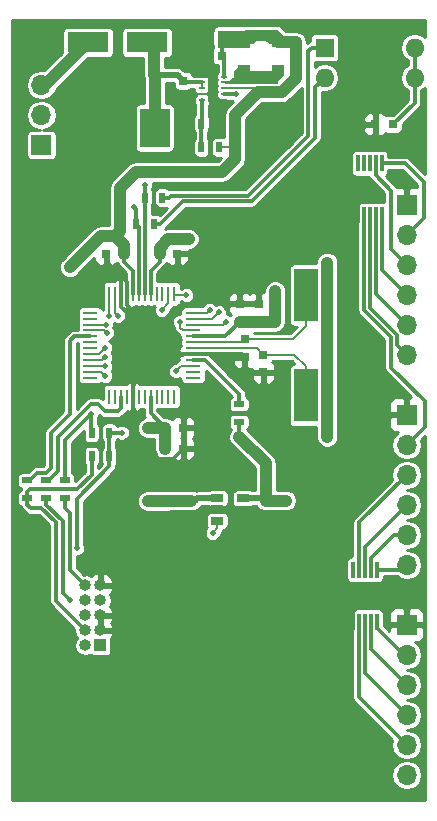
<source format=gtl>
G04 #@! TF.FileFunction,Copper,L1,Top,Signal*
%FSLAX46Y46*%
G04 Gerber Fmt 4.6, Leading zero omitted, Abs format (unit mm)*
G04 Created by KiCad (PCBNEW 4.0.7) date Saturday, June 23, 2018 'PMt' 03:17:16 PM*
%MOMM*%
%LPD*%
G01*
G04 APERTURE LIST*
%ADD10C,0.100000*%
%ADD11C,1.000000*%
%ADD12R,1.600000X1.600000*%
%ADD13O,1.600000X1.600000*%
%ADD14C,6.400000*%
%ADD15R,1.300000X0.250000*%
%ADD16R,0.250000X1.300000*%
%ADD17R,0.750000X0.800000*%
%ADD18R,0.800000X0.750000*%
%ADD19R,0.900000X0.500000*%
%ADD20R,0.500000X0.900000*%
%ADD21R,1.060000X0.650000*%
%ADD22R,2.000000X4.500000*%
%ADD23R,1.000000X0.890000*%
%ADD24R,2.000000X0.330000*%
%ADD25R,0.500000X0.250000*%
%ADD26R,0.840000X2.400000*%
%ADD27C,0.400000*%
%ADD28R,1.000000X1.000000*%
%ADD29O,1.000000X1.000000*%
%ADD30R,1.700000X1.700000*%
%ADD31O,1.700000X1.700000*%
%ADD32R,3.500000X1.800000*%
%ADD33R,2.500000X3.300000*%
%ADD34R,0.300000X1.400000*%
%ADD35C,0.500000*%
%ADD36C,0.300000*%
%ADD37C,0.200000*%
%ADD38C,1.000000*%
%ADD39C,0.150000*%
%ADD40C,0.500000*%
%ADD41C,0.026000*%
%ADD42C,0.254000*%
G04 APERTURE END LIST*
D10*
D11*
X226200000Y-76000000D03*
X224200000Y-69000000D03*
X231000000Y-71000000D03*
X231600000Y-120800000D03*
X231600000Y-113600000D03*
X224200000Y-113600000D03*
X248450000Y-71900000D03*
X253950000Y-59000000D03*
X240100000Y-108000000D03*
X244200000Y-119400000D03*
X251900000Y-78800000D03*
X243000000Y-68950000D03*
X228750000Y-61600000D03*
D12*
X249980000Y-57800000D03*
D13*
X257600000Y-60340000D03*
X249980000Y-60340000D03*
X257600000Y-57800000D03*
D14*
X227200000Y-117800000D03*
D11*
X225000000Y-91200000D03*
X231400000Y-95600000D03*
X230200000Y-78800000D03*
X230400000Y-87000000D03*
X239950000Y-92600000D03*
X238000000Y-62800000D03*
X235600000Y-81000000D03*
X235800000Y-113200000D03*
X248400000Y-92400000D03*
X244800000Y-89400000D03*
X240500000Y-87100000D03*
X242250000Y-77600000D03*
X248400000Y-67600000D03*
D15*
X238850000Y-85750000D03*
X238850000Y-85250000D03*
X238850000Y-84750000D03*
X238850000Y-84250000D03*
X238850000Y-83750000D03*
X238850000Y-83250000D03*
X238850000Y-82750000D03*
X238850000Y-82250000D03*
X238850000Y-81750000D03*
X238850000Y-81250000D03*
X238850000Y-80750000D03*
X238850000Y-80250000D03*
D16*
X237250000Y-78650000D03*
X236750000Y-78650000D03*
X236250000Y-78650000D03*
X235750000Y-78650000D03*
X235250000Y-78650000D03*
X234750000Y-78650000D03*
X234250000Y-78650000D03*
X233750000Y-78650000D03*
X233250000Y-78650000D03*
X232750000Y-78650000D03*
X232250000Y-78650000D03*
X231750000Y-78650000D03*
D15*
X230150000Y-80250000D03*
X230150000Y-80750000D03*
X230150000Y-81250000D03*
X230150000Y-81750000D03*
X230150000Y-82250000D03*
X230150000Y-82750000D03*
X230150000Y-83250000D03*
X230150000Y-83750000D03*
X230150000Y-84250000D03*
X230150000Y-84750000D03*
X230150000Y-85250000D03*
X230150000Y-85750000D03*
D16*
X231750000Y-87350000D03*
X232250000Y-87350000D03*
X232750000Y-87350000D03*
X233250000Y-87350000D03*
X233750000Y-87350000D03*
X234250000Y-87350000D03*
X234750000Y-87350000D03*
X235250000Y-87350000D03*
X235750000Y-87350000D03*
X236250000Y-87350000D03*
X236750000Y-87350000D03*
X237250000Y-87350000D03*
D17*
X244400000Y-79500000D03*
X244400000Y-81000000D03*
X242800000Y-79500000D03*
X242800000Y-81000000D03*
D18*
X238000000Y-91750000D03*
X236500000Y-91750000D03*
X238000000Y-90000000D03*
X236500000Y-90000000D03*
X237500000Y-75250000D03*
X236000000Y-75250000D03*
X231500000Y-75250000D03*
X233000000Y-75250000D03*
X254250000Y-64300000D03*
X255750000Y-64300000D03*
X234050000Y-60150000D03*
X235550000Y-60150000D03*
X239750000Y-58500000D03*
X241250000Y-58500000D03*
D17*
X236800000Y-97650000D03*
X236800000Y-96150000D03*
X246700000Y-97650000D03*
X246700000Y-96150000D03*
X244800000Y-83800000D03*
X244800000Y-85300000D03*
X243200000Y-82500000D03*
X243200000Y-84000000D03*
D19*
X242750000Y-88000000D03*
X242750000Y-89500000D03*
D20*
X235500000Y-72750000D03*
X234000000Y-72750000D03*
X231750000Y-92400000D03*
X230250000Y-92400000D03*
X236250000Y-70500000D03*
X234750000Y-70500000D03*
D19*
X226400000Y-95950000D03*
X226400000Y-94450000D03*
X224800000Y-94450000D03*
X224800000Y-95950000D03*
X228000000Y-94450000D03*
X228000000Y-95950000D03*
D20*
X231750000Y-90400000D03*
X230250000Y-90400000D03*
X241050000Y-66250000D03*
X239550000Y-66250000D03*
X239550000Y-64250000D03*
X241050000Y-64250000D03*
D21*
X240900000Y-95950000D03*
X240900000Y-96900000D03*
X240900000Y-97850000D03*
X243100000Y-97850000D03*
X243100000Y-95950000D03*
D22*
X248400000Y-87250000D03*
X248400000Y-78750000D03*
D10*
G36*
X246545000Y-56890000D02*
X242655000Y-56890000D01*
X243205000Y-56330000D01*
X245995000Y-56330000D01*
X246545000Y-56890000D01*
X246545000Y-56890000D01*
G37*
D23*
X243150000Y-57330000D03*
X246040000Y-57330000D03*
X246040000Y-59670000D03*
D10*
G36*
X242655000Y-60110000D02*
X246545000Y-60110000D01*
X245995000Y-60670000D01*
X243205000Y-60670000D01*
X242655000Y-60110000D01*
X242655000Y-60110000D01*
G37*
D23*
X243160000Y-59670000D03*
D24*
X244580000Y-57050000D03*
X244600000Y-59950000D03*
D25*
X239600000Y-60250000D03*
X239600000Y-60750000D03*
X239600000Y-61250000D03*
X239600000Y-61750000D03*
X239600000Y-62250000D03*
X241500000Y-62250000D03*
X241500000Y-61750000D03*
X241500000Y-61250000D03*
X241500000Y-60750000D03*
X241500000Y-60250000D03*
D26*
X240550000Y-61250000D03*
D27*
X240550000Y-61250000D03*
X240550000Y-62200000D03*
X240550000Y-60300000D03*
D28*
X230990000Y-108410000D03*
D29*
X229720000Y-108410000D03*
X230990000Y-107140000D03*
X229720000Y-107140000D03*
X230990000Y-105870000D03*
X229720000Y-105870000D03*
X230990000Y-104600000D03*
X229720000Y-104600000D03*
X230990000Y-103330000D03*
X229720000Y-103330000D03*
D30*
X226000000Y-66040000D03*
D31*
X226000000Y-63500000D03*
X226000000Y-60960000D03*
X226000000Y-58420000D03*
D30*
X256921000Y-71120000D03*
D31*
X256921000Y-73660000D03*
X256921000Y-76200000D03*
X256921000Y-78740000D03*
X256921000Y-81280000D03*
X256921000Y-83820000D03*
D30*
X256921000Y-88900000D03*
D31*
X256921000Y-91440000D03*
X256921000Y-93980000D03*
X256921000Y-96520000D03*
X256921000Y-99060000D03*
X256921000Y-101600000D03*
D30*
X256921000Y-106680000D03*
D31*
X256921000Y-109220000D03*
X256921000Y-111760000D03*
X256921000Y-114300000D03*
X256921000Y-116840000D03*
X256921000Y-119380000D03*
D14*
X227000000Y-72000000D03*
D17*
X238700000Y-97650000D03*
X238700000Y-96150000D03*
X245000000Y-97650000D03*
X245000000Y-96150000D03*
X238000000Y-59100000D03*
X238000000Y-60600000D03*
D18*
X239750000Y-57000000D03*
X241250000Y-57000000D03*
D32*
X234950000Y-57350000D03*
X229950000Y-57350000D03*
D33*
X235600000Y-64600000D03*
X228800000Y-64600000D03*
D34*
X254800000Y-67600000D03*
X254300000Y-67600000D03*
X253800000Y-67600000D03*
X253300000Y-67600000D03*
X252800000Y-67600000D03*
X252800000Y-72000000D03*
X253300000Y-72000000D03*
X253800000Y-72000000D03*
X254300000Y-72000000D03*
X254800000Y-72000000D03*
X254400000Y-102000000D03*
X253900000Y-102000000D03*
X253400000Y-102000000D03*
X252900000Y-102000000D03*
X252400000Y-102000000D03*
X252400000Y-106400000D03*
X252900000Y-106400000D03*
X253400000Y-106400000D03*
X253900000Y-106400000D03*
X254400000Y-106400000D03*
D35*
X237700000Y-96150000D03*
D11*
X235000000Y-96200000D03*
X228400000Y-76400000D03*
D35*
X240500000Y-98900000D03*
D11*
X250200000Y-76000000D03*
X245800000Y-78400000D03*
X250200000Y-90750000D03*
D35*
X229000000Y-100200000D03*
X232800000Y-90400000D03*
D11*
X238500000Y-74000000D03*
X235000000Y-90000000D03*
X242750000Y-90750000D03*
D35*
X234800000Y-69400000D03*
X233800000Y-71300000D03*
X228400000Y-104600000D03*
X242500000Y-61750000D03*
X230200000Y-88800000D03*
X237400000Y-85200000D03*
X238250000Y-78750000D03*
X236200000Y-80000000D03*
X237750000Y-81000000D03*
X241600000Y-81000000D03*
X241000000Y-80200000D03*
X240250000Y-80000000D03*
X232500000Y-80500000D03*
X231750000Y-80500000D03*
X231500000Y-81250000D03*
X231538916Y-81961084D03*
X231400000Y-83200000D03*
X231400000Y-84000000D03*
X231400000Y-84800000D03*
X231400000Y-85600000D03*
D36*
X251400000Y-65050000D02*
X252150000Y-64300000D01*
X252150000Y-64300000D02*
X254250000Y-64300000D01*
X251400000Y-65050000D02*
X251400000Y-68550000D01*
X252800000Y-72000000D02*
X252800000Y-69950000D01*
X252800000Y-69950000D02*
X251400000Y-68550000D01*
X256400000Y-104450000D02*
X256921000Y-104971000D01*
X256921000Y-104971000D02*
X256921000Y-106680000D01*
X253350000Y-104450000D02*
X256400000Y-104450000D01*
X252400000Y-106400000D02*
X252400000Y-105400000D01*
X252400000Y-105400000D02*
X253350000Y-104450000D01*
X238850000Y-83750000D02*
X242950000Y-83750000D01*
X242950000Y-83750000D02*
X243200000Y-84000000D01*
X233750000Y-87350000D02*
X233750000Y-91950000D01*
X233750000Y-91950000D02*
X234400000Y-92600000D01*
X234400000Y-92600000D02*
X237125000Y-92600000D01*
X237125000Y-92600000D02*
X237975000Y-91750000D01*
X237975000Y-91750000D02*
X238000000Y-91750000D01*
X234000000Y-81000000D02*
X235600000Y-81000000D01*
X232750000Y-79750000D02*
X234000000Y-81000000D01*
X232750000Y-78650000D02*
X232750000Y-79750000D01*
X233250000Y-79600000D02*
X234650000Y-81000000D01*
X233250000Y-78650000D02*
X233250000Y-79600000D01*
X234650000Y-81000000D02*
X235600000Y-81000000D01*
D37*
X238600000Y-62200000D02*
X238600000Y-67000000D01*
X238600000Y-67000000D02*
X238800000Y-67200000D01*
X240200000Y-67200000D02*
X240200000Y-64650000D01*
X238800000Y-67200000D02*
X240200000Y-67200000D01*
X240600000Y-64250000D02*
X241050000Y-64250000D01*
X240200000Y-64650000D02*
X240600000Y-64250000D01*
X238600000Y-62200000D02*
X239050000Y-61750000D01*
X239050000Y-61750000D02*
X239600000Y-61750000D01*
X240550000Y-62200000D02*
X241450000Y-62200000D01*
X241450000Y-62200000D02*
X241500000Y-62250000D01*
X240550000Y-61250000D02*
X240050000Y-61750000D01*
X240050000Y-61750000D02*
X239600000Y-61750000D01*
X240550000Y-60300000D02*
X239650000Y-60300000D01*
X239650000Y-60300000D02*
X239600000Y-60250000D01*
D36*
X233750000Y-87350000D02*
X233750000Y-86250000D01*
X233750000Y-86250000D02*
X236250000Y-83750000D01*
X236250000Y-83750000D02*
X238850000Y-83750000D01*
X231500000Y-75250000D02*
X231500000Y-75925000D01*
X231500000Y-75925000D02*
X232750000Y-77175000D01*
X232750000Y-77175000D02*
X232750000Y-78650000D01*
X231500000Y-75925000D02*
X233250000Y-77675000D01*
X233250000Y-77675000D02*
X233250000Y-78650000D01*
D38*
X232650000Y-69700000D02*
X234000000Y-68350000D01*
X232650000Y-69700000D02*
X232650000Y-73350000D01*
X232650000Y-73350000D02*
X232250000Y-73750000D01*
D39*
X241500000Y-61250000D02*
X243950000Y-61250000D01*
X243950000Y-61250000D02*
X244300000Y-61600000D01*
D38*
X241300000Y-68350000D02*
X242400000Y-67250000D01*
X234000000Y-68350000D02*
X241300000Y-68350000D01*
X242400000Y-67250000D02*
X242400000Y-66400000D01*
X242400000Y-63500000D02*
X242400000Y-66400000D01*
X242400000Y-63500000D02*
X244300000Y-61600000D01*
D37*
X241050000Y-66250000D02*
X242250000Y-66250000D01*
X242250000Y-66250000D02*
X242400000Y-66400000D01*
D38*
X246340000Y-61600000D02*
X244300000Y-61600000D01*
X247540000Y-57330000D02*
X247540000Y-60400000D01*
X247540000Y-60400000D02*
X246340000Y-61600000D01*
D36*
X241250000Y-58500000D02*
X241250000Y-57000000D01*
X241500000Y-60250000D02*
X241500000Y-58750000D01*
X241500000Y-58750000D02*
X241250000Y-58500000D01*
D38*
X236800000Y-96150000D02*
X237700000Y-96150000D01*
X237700000Y-96150000D02*
X238700000Y-96150000D01*
X235000000Y-96200000D02*
X236750000Y-96200000D01*
X236750000Y-96200000D02*
X236800000Y-96150000D01*
X246040000Y-57330000D02*
X247540000Y-57330000D01*
X232250000Y-73750000D02*
X231050000Y-73750000D01*
X231050000Y-73750000D02*
X228400000Y-76400000D01*
D36*
X243150000Y-57330000D02*
X243880000Y-57330000D01*
X243880000Y-57330000D02*
X244600000Y-56610000D01*
X246040000Y-57330000D02*
X245320000Y-57330000D01*
X245320000Y-57330000D02*
X244600000Y-56610000D01*
D37*
X240900000Y-98500000D02*
X240500000Y-98900000D01*
X240900000Y-97850000D02*
X240900000Y-98500000D01*
D38*
X232250000Y-73750000D02*
X233000000Y-74500000D01*
X233000000Y-74500000D02*
X233000000Y-75250000D01*
D36*
X233000000Y-75250000D02*
X233000000Y-75925000D01*
X233000000Y-75925000D02*
X233750000Y-76675000D01*
X233750000Y-76675000D02*
X233750000Y-78650000D01*
D40*
X240900000Y-95950000D02*
X239200000Y-95950000D01*
X239200000Y-95950000D02*
X239000000Y-96150000D01*
D39*
X244600000Y-56610000D02*
X244600000Y-57030000D01*
X244600000Y-57030000D02*
X244580000Y-57050000D01*
D36*
X243030000Y-57450000D02*
X243150000Y-57330000D01*
X242750000Y-90750000D02*
X242750000Y-89500000D01*
D38*
X246700000Y-96150000D02*
X245000000Y-96150000D01*
X245000000Y-96150000D02*
X245000000Y-93000000D01*
X250200000Y-90750000D02*
X250200000Y-76000000D01*
X244400000Y-81000000D02*
X245775000Y-81000000D01*
X245775000Y-81000000D02*
X245800000Y-80975000D01*
X245800000Y-80975000D02*
X245800000Y-78400000D01*
X244400000Y-81000000D02*
X242800000Y-81000000D01*
D36*
X238850000Y-82250000D02*
X241575000Y-82250000D01*
X241575000Y-82250000D02*
X242800000Y-81025000D01*
X242800000Y-81025000D02*
X242800000Y-81000000D01*
D40*
X243100000Y-95950000D02*
X244800000Y-95950000D01*
X244800000Y-95950000D02*
X245000000Y-96150000D01*
D36*
X229000000Y-100200000D02*
X229000000Y-96000000D01*
X231750000Y-93250000D02*
X231750000Y-92400000D01*
X229000000Y-96000000D02*
X231750000Y-93250000D01*
X231750000Y-90400000D02*
X231750000Y-92400000D01*
X232800000Y-90400000D02*
X231750000Y-90400000D01*
D38*
X245000000Y-93000000D02*
X242750000Y-90750000D01*
X236000000Y-74750000D02*
X236750000Y-74000000D01*
X236750000Y-74000000D02*
X238500000Y-74000000D01*
X236000000Y-75250000D02*
X236000000Y-74750000D01*
X236000000Y-75000000D02*
X236000000Y-75250000D01*
X235000000Y-90000000D02*
X236500000Y-90000000D01*
X236500000Y-90000000D02*
X236500000Y-90500000D01*
X236500000Y-90500000D02*
X236500000Y-91750000D01*
D36*
X235250000Y-87350000D02*
X235250000Y-88775000D01*
X235250000Y-88775000D02*
X236500000Y-90025000D01*
X236500000Y-90025000D02*
X236500000Y-90500000D01*
X236000000Y-75250000D02*
X236000000Y-75925000D01*
X236000000Y-75925000D02*
X235250000Y-76675000D01*
X235250000Y-76675000D02*
X235250000Y-78650000D01*
X232750000Y-87350000D02*
X232750000Y-88300000D01*
X232750000Y-88300000D02*
X232450000Y-88600000D01*
X232450000Y-88600000D02*
X231400000Y-88600000D01*
X231400000Y-88600000D02*
X230800000Y-88000000D01*
X230800000Y-88000000D02*
X230200000Y-88000000D01*
X230200000Y-88000000D02*
X227400000Y-90800000D01*
X227400000Y-90800000D02*
X227400000Y-93650000D01*
X227400000Y-93650000D02*
X226600000Y-94450000D01*
X226600000Y-94450000D02*
X226400000Y-94450000D01*
X226400000Y-93800000D02*
X225650000Y-93800000D01*
X225650000Y-93800000D02*
X225000000Y-94450000D01*
X225000000Y-94450000D02*
X224800000Y-94450000D01*
X226800000Y-93400000D02*
X226400000Y-93800000D01*
X226800000Y-90400000D02*
X226800000Y-93400000D01*
X228400000Y-88800000D02*
X226800000Y-90400000D01*
X230150000Y-82250000D02*
X228750000Y-82250000D01*
X228750000Y-82250000D02*
X228400000Y-82600000D01*
X228400000Y-82600000D02*
X228400000Y-88800000D01*
D37*
X248400000Y-84800000D02*
X247400000Y-83800000D01*
X248400000Y-84800000D02*
X248400000Y-87250000D01*
X244800000Y-83800000D02*
X247400000Y-83800000D01*
X238850000Y-83250000D02*
X244250000Y-83250000D01*
X244250000Y-83250000D02*
X244800000Y-83800000D01*
X243200000Y-82500000D02*
X247300000Y-82500000D01*
X247300000Y-82500000D02*
X248400000Y-81400000D01*
X248400000Y-81400000D02*
X248400000Y-78750000D01*
X238850000Y-82750000D02*
X242950000Y-82750000D01*
X242950000Y-82750000D02*
X243200000Y-82500000D01*
D36*
X248400000Y-80000000D02*
X248400000Y-78750000D01*
X234800000Y-69400000D02*
X234800000Y-70450000D01*
X234800000Y-70450000D02*
X234750000Y-70500000D01*
X234750000Y-70500000D02*
X234750000Y-78650000D01*
X234000000Y-72750000D02*
X234000000Y-71500000D01*
X234000000Y-71500000D02*
X233800000Y-71300000D01*
X233900000Y-72650000D02*
X234000000Y-72750000D01*
X234250000Y-78650000D02*
X234250000Y-73000000D01*
X234250000Y-73000000D02*
X234000000Y-72750000D01*
X255750000Y-64300000D02*
X255775000Y-64300000D01*
X257600000Y-62475000D02*
X257600000Y-60340000D01*
X255775000Y-64300000D02*
X257600000Y-62475000D01*
X257600000Y-57800000D02*
X257600000Y-60340000D01*
X227800000Y-104000000D02*
X228400000Y-104600000D01*
X226400000Y-95950000D02*
X226400000Y-96500000D01*
X226400000Y-96500000D02*
X227800000Y-97900000D01*
X227800000Y-97900000D02*
X227800000Y-104000000D01*
X227200000Y-104620000D02*
X229720000Y-107140000D01*
X227200000Y-98000000D02*
X227200000Y-104620000D01*
X226000000Y-96800000D02*
X227200000Y-98000000D01*
X225100000Y-96800000D02*
X226000000Y-96800000D01*
X224800000Y-95950000D02*
X224800000Y-96500000D01*
X224800000Y-96500000D02*
X225100000Y-96800000D01*
X225000001Y-95199999D02*
X228999999Y-95199999D01*
X224800000Y-95950000D02*
X224800000Y-95400000D01*
X224800000Y-95400000D02*
X225000001Y-95199999D01*
X228999999Y-95199999D02*
X230250000Y-93949998D01*
X230250000Y-93949998D02*
X230250000Y-92400000D01*
X228400000Y-102010000D02*
X229720000Y-103330000D01*
X228000000Y-96800000D02*
X228400000Y-97200000D01*
X228400000Y-97200000D02*
X228400000Y-102010000D01*
X228000000Y-95950000D02*
X228000000Y-96800000D01*
X238850000Y-84250000D02*
X239850000Y-84250000D01*
X239850000Y-84250000D02*
X242750000Y-87150000D01*
X242750000Y-87150000D02*
X242750000Y-88000000D01*
X239550000Y-64250000D02*
X239550000Y-66250000D01*
X239600000Y-62250000D02*
X239600000Y-64200000D01*
X239600000Y-64200000D02*
X239550000Y-64250000D01*
D38*
X226000000Y-60960000D02*
X226340000Y-60960000D01*
X226340000Y-60960000D02*
X229950000Y-57350000D01*
D39*
X244600000Y-59950000D02*
X245760000Y-59950000D01*
X245760000Y-59950000D02*
X246040000Y-59670000D01*
X241500000Y-60750000D02*
X242600000Y-60750000D01*
X242600000Y-60750000D02*
X243400000Y-59950000D01*
X242950000Y-59950000D02*
X244600000Y-59950000D01*
X243160000Y-60265000D02*
X243160000Y-59670000D01*
D36*
X241500000Y-61750000D02*
X242500000Y-61750000D01*
D37*
X237400000Y-85200000D02*
X237850000Y-84750000D01*
X237850000Y-84750000D02*
X238850000Y-84750000D01*
D36*
X230200000Y-88800000D02*
X230200000Y-90350000D01*
X230200000Y-90350000D02*
X230250000Y-90400000D01*
X230200000Y-88800000D02*
X228000000Y-91000000D01*
X228000000Y-91000000D02*
X228000000Y-94450000D01*
X243800000Y-70800000D02*
X249180001Y-65419999D01*
X249980000Y-60340000D02*
X249180001Y-61139999D01*
X249180001Y-61139999D02*
X249180001Y-65419999D01*
X238000000Y-70800000D02*
X243800000Y-70800000D01*
X236050000Y-72750000D02*
X238000000Y-70800000D01*
X235500000Y-72750000D02*
X236050000Y-72750000D01*
X235500000Y-72750000D02*
X235500000Y-72550000D01*
X236250000Y-70500000D02*
X236800000Y-70500000D01*
X243510009Y-70349991D02*
X247710000Y-66150000D01*
X236800000Y-70500000D02*
X236950009Y-70349991D01*
X247710000Y-66140000D02*
X248600000Y-65250000D01*
X248880000Y-57800000D02*
X249980000Y-57800000D01*
X236950009Y-70349991D02*
X243510009Y-70349991D01*
X247710000Y-66150000D02*
X247710000Y-66140000D01*
X248600000Y-65250000D02*
X248600000Y-58080000D01*
X248600000Y-58080000D02*
X248880000Y-57800000D01*
X236250000Y-70500000D02*
X236250000Y-70700000D01*
X254800000Y-67600000D02*
X256800000Y-67600000D01*
X256800000Y-67600000D02*
X258400000Y-69200000D01*
X258400000Y-69200000D02*
X258400000Y-72200000D01*
X258400000Y-72200000D02*
X257789999Y-72810001D01*
X257789999Y-72810001D02*
X257770999Y-72810001D01*
X257770999Y-72810001D02*
X256921000Y-73660000D01*
D37*
X238250000Y-78750000D02*
X237350000Y-78750000D01*
X237350000Y-78750000D02*
X237250000Y-78650000D01*
D36*
X254300000Y-68600000D02*
X255600000Y-69900000D01*
X254300000Y-67600000D02*
X254300000Y-68600000D01*
X255600000Y-74879000D02*
X255600000Y-69900000D01*
X256921000Y-76200000D02*
X255600000Y-74879000D01*
D37*
X236200000Y-80000000D02*
X236750000Y-79450000D01*
X236750000Y-79450000D02*
X236750000Y-78650000D01*
D36*
X254800000Y-72000000D02*
X254800000Y-76619000D01*
X254800000Y-76619000D02*
X256921000Y-78740000D01*
D37*
X237750000Y-81000000D02*
X237750000Y-81500000D01*
X237750000Y-81500000D02*
X238000000Y-81750000D01*
X238000000Y-81750000D02*
X238850000Y-81750000D01*
X238850000Y-81250000D02*
X241350001Y-81249999D01*
X241350001Y-81249999D02*
X241600000Y-81000000D01*
D36*
X254300000Y-72000000D02*
X254300000Y-78659000D01*
X254300000Y-78659000D02*
X256921000Y-81280000D01*
D37*
X238850000Y-80750000D02*
X240450000Y-80750000D01*
X240450000Y-80750000D02*
X241000000Y-80200000D01*
D36*
X253800000Y-72000000D02*
X253800000Y-79861002D01*
X253800000Y-79861002D02*
X256071001Y-82132003D01*
X256071001Y-82132003D02*
X256071001Y-82970001D01*
X256071001Y-82970001D02*
X256921000Y-83820000D01*
X253300000Y-72000000D02*
X253300000Y-79997412D01*
X258450000Y-89911000D02*
X256921000Y-91440000D01*
X253300000Y-79997412D02*
X255600000Y-82297412D01*
X255600000Y-84900000D02*
X258450000Y-87750000D01*
X255600000Y-82297412D02*
X255600000Y-84900000D01*
X258450000Y-87750000D02*
X258450000Y-89911000D01*
D37*
X238850000Y-80250000D02*
X240000000Y-80250000D01*
X240000000Y-80250000D02*
X240250000Y-80000000D01*
D36*
X252900000Y-102000000D02*
X252900000Y-98001000D01*
X252900000Y-98001000D02*
X256921000Y-93980000D01*
D37*
X232500000Y-80500000D02*
X232250000Y-80250000D01*
X232250000Y-80250000D02*
X232250000Y-78650000D01*
D36*
X253400000Y-102000000D02*
X253400000Y-100041000D01*
X253400000Y-100041000D02*
X256921000Y-96520000D01*
D37*
X231750000Y-80500000D02*
X231750000Y-78650000D01*
D36*
X253900000Y-102000000D02*
X253900000Y-101000000D01*
X253900000Y-101000000D02*
X255840000Y-99060000D01*
X255840000Y-99060000D02*
X256921000Y-99060000D01*
D37*
X231500000Y-81250000D02*
X230150000Y-81250000D01*
D36*
X254400000Y-102000000D02*
X256521000Y-102000000D01*
X256521000Y-102000000D02*
X256921000Y-101600000D01*
D37*
X231327832Y-81750000D02*
X231538916Y-81961084D01*
X230150000Y-81750000D02*
X231327832Y-81750000D01*
D36*
X254400000Y-106400000D02*
X254400000Y-106950000D01*
X254400000Y-106950000D02*
X256670000Y-109220000D01*
X256670000Y-109220000D02*
X256921000Y-109220000D01*
D37*
X230150000Y-83750000D02*
X230850000Y-83750000D01*
X230850000Y-83750000D02*
X231400000Y-83200000D01*
D36*
X253900000Y-106400000D02*
X253900000Y-108739000D01*
X253900000Y-108739000D02*
X256921000Y-111760000D01*
D37*
X230150000Y-84250000D02*
X231150000Y-84250000D01*
X231150000Y-84250000D02*
X231400000Y-84000000D01*
D36*
X256921000Y-114300000D02*
X253400000Y-110779000D01*
X253400000Y-110779000D02*
X253400000Y-106400000D01*
D37*
X230150000Y-84750000D02*
X231350000Y-84750000D01*
X231350000Y-84750000D02*
X231400000Y-84800000D01*
D36*
X252900000Y-106400000D02*
X252900000Y-112819000D01*
X252900000Y-112819000D02*
X256921000Y-116840000D01*
D37*
X230150000Y-85250000D02*
X231050000Y-85250000D01*
X231050000Y-85250000D02*
X231400000Y-85600000D01*
D40*
X235550000Y-60150000D02*
X237550000Y-60150000D01*
X237550000Y-60150000D02*
X238000000Y-60600000D01*
D38*
X235550000Y-60150000D02*
X235550000Y-57950000D01*
X235550000Y-57950000D02*
X234950000Y-57350000D01*
X235600000Y-64600000D02*
X235600000Y-60200000D01*
X235600000Y-60200000D02*
X235550000Y-60150000D01*
X235550000Y-57650000D02*
X234900000Y-57000000D01*
X235550000Y-64550000D02*
X235600000Y-64600000D01*
X234900000Y-63900000D02*
X235600000Y-64600000D01*
D36*
X238000000Y-60600000D02*
X238150000Y-60750000D01*
X238150000Y-60750000D02*
X239600000Y-60750000D01*
D38*
X236200000Y-63550000D02*
X236200000Y-64600000D01*
D37*
X239600000Y-61250000D02*
X239600000Y-60750000D01*
D41*
G36*
X243587000Y-59850000D02*
X243588024Y-59855058D01*
X243590935Y-59859319D01*
X243595275Y-59862111D01*
X243600000Y-59863000D01*
X245987000Y-59863000D01*
X245987000Y-60837000D01*
X241563000Y-60837000D01*
X241563000Y-60663000D01*
X241900000Y-60663000D01*
X241905058Y-60661976D01*
X241908460Y-60659870D01*
X242258460Y-60359870D01*
X242261634Y-60355801D01*
X242263000Y-60350000D01*
X242263000Y-59805790D01*
X242754989Y-59363000D01*
X243587000Y-59363000D01*
X243587000Y-59850000D01*
X243587000Y-59850000D01*
G37*
X243587000Y-59850000D02*
X243588024Y-59855058D01*
X243590935Y-59859319D01*
X243595275Y-59862111D01*
X243600000Y-59863000D01*
X245987000Y-59863000D01*
X245987000Y-60837000D01*
X241563000Y-60837000D01*
X241563000Y-60663000D01*
X241900000Y-60663000D01*
X241905058Y-60661976D01*
X241908460Y-60659870D01*
X242258460Y-60359870D01*
X242261634Y-60355801D01*
X242263000Y-60350000D01*
X242263000Y-59805790D01*
X242754989Y-59363000D01*
X243587000Y-59363000D01*
X243587000Y-59850000D01*
G36*
X243537000Y-57737000D02*
X240963000Y-57737000D01*
X240963000Y-56363000D01*
X243537000Y-56363000D01*
X243537000Y-57737000D01*
X243537000Y-57737000D01*
G37*
X243537000Y-57737000D02*
X240963000Y-57737000D01*
X240963000Y-56363000D01*
X243537000Y-56363000D01*
X243537000Y-57737000D01*
D42*
G36*
X258498000Y-56941871D02*
X258491658Y-56932380D01*
X258093591Y-56666400D01*
X257624038Y-56573000D01*
X257575962Y-56573000D01*
X257106409Y-56666400D01*
X256708342Y-56932380D01*
X256442362Y-57330447D01*
X256348962Y-57800000D01*
X256442362Y-58269553D01*
X256708342Y-58667620D01*
X257023000Y-58877868D01*
X257023000Y-59262132D01*
X256708342Y-59472380D01*
X256442362Y-59870447D01*
X256348962Y-60340000D01*
X256442362Y-60809553D01*
X256708342Y-61207620D01*
X257023000Y-61417868D01*
X257023000Y-62235999D01*
X255769363Y-63489635D01*
X255350000Y-63489635D01*
X255191763Y-63519409D01*
X255161749Y-63538723D01*
X255009698Y-63386673D01*
X254776309Y-63290000D01*
X254535750Y-63290000D01*
X254377000Y-63448750D01*
X254377000Y-64173000D01*
X254397000Y-64173000D01*
X254397000Y-64427000D01*
X254377000Y-64427000D01*
X254377000Y-65151250D01*
X254535750Y-65310000D01*
X254776309Y-65310000D01*
X255009698Y-65213327D01*
X255160624Y-65062402D01*
X255180619Y-65076064D01*
X255350000Y-65110365D01*
X256150000Y-65110365D01*
X256308237Y-65080591D01*
X256453567Y-64987073D01*
X256551064Y-64844381D01*
X256585365Y-64675000D01*
X256585365Y-64305637D01*
X258007998Y-62883003D01*
X258008001Y-62883001D01*
X258133078Y-62695808D01*
X258134816Y-62687073D01*
X258177001Y-62475000D01*
X258177000Y-62474995D01*
X258177000Y-61417868D01*
X258491658Y-61207620D01*
X258498000Y-61198129D01*
X258498000Y-68481999D01*
X257208001Y-67191999D01*
X257020808Y-67066922D01*
X256800000Y-67022999D01*
X256799995Y-67023000D01*
X255385365Y-67023000D01*
X255385365Y-66900000D01*
X255355591Y-66741763D01*
X255262073Y-66596433D01*
X255119381Y-66498936D01*
X254950000Y-66464635D01*
X254650000Y-66464635D01*
X254546328Y-66484142D01*
X254450000Y-66464635D01*
X254150000Y-66464635D01*
X254046328Y-66484142D01*
X253950000Y-66464635D01*
X253650000Y-66464635D01*
X253546328Y-66484142D01*
X253450000Y-66464635D01*
X253150000Y-66464635D01*
X253046328Y-66484142D01*
X252950000Y-66464635D01*
X252650000Y-66464635D01*
X252491763Y-66494409D01*
X252346433Y-66587927D01*
X252248936Y-66730619D01*
X252214635Y-66900000D01*
X252214635Y-68300000D01*
X252244409Y-68458237D01*
X252337927Y-68603567D01*
X252480619Y-68701064D01*
X252650000Y-68735365D01*
X252950000Y-68735365D01*
X253053672Y-68715858D01*
X253150000Y-68735365D01*
X253450000Y-68735365D01*
X253553672Y-68715858D01*
X253650000Y-68735365D01*
X253749926Y-68735365D01*
X253766922Y-68820808D01*
X253891999Y-69008001D01*
X255023000Y-70139001D01*
X255023000Y-70879418D01*
X254950000Y-70864635D01*
X254650000Y-70864635D01*
X254546328Y-70884142D01*
X254450000Y-70864635D01*
X254150000Y-70864635D01*
X254046328Y-70884142D01*
X253950000Y-70864635D01*
X253650000Y-70864635D01*
X253546328Y-70884142D01*
X253450000Y-70864635D01*
X253150000Y-70864635D01*
X252991763Y-70894409D01*
X252846433Y-70987927D01*
X252748936Y-71130619D01*
X252714635Y-71300000D01*
X252714635Y-72700000D01*
X252723000Y-72744457D01*
X252723000Y-79997407D01*
X252722999Y-79997412D01*
X252766922Y-80218220D01*
X252891999Y-80405413D01*
X255023000Y-82536413D01*
X255023000Y-84899995D01*
X255022999Y-84900000D01*
X255066922Y-85120808D01*
X255191999Y-85308001D01*
X257298999Y-87415000D01*
X257206750Y-87415000D01*
X257048000Y-87573750D01*
X257048000Y-88773000D01*
X257068000Y-88773000D01*
X257068000Y-89027000D01*
X257048000Y-89027000D01*
X257048000Y-89047000D01*
X256794000Y-89047000D01*
X256794000Y-89027000D01*
X255594750Y-89027000D01*
X255436000Y-89185750D01*
X255436000Y-89876310D01*
X255532673Y-90109699D01*
X255711302Y-90288327D01*
X255944691Y-90385000D01*
X256220528Y-90385000D01*
X255993007Y-90537025D01*
X255716188Y-90951313D01*
X255618982Y-91440000D01*
X255716188Y-91928687D01*
X255993007Y-92342975D01*
X256407295Y-92619794D01*
X256860791Y-92710000D01*
X256407295Y-92800206D01*
X255993007Y-93077025D01*
X255716188Y-93491313D01*
X255618982Y-93980000D01*
X255699617Y-94385381D01*
X252491999Y-97592999D01*
X252366922Y-97780192D01*
X252322999Y-98001000D01*
X252323000Y-98001005D01*
X252323000Y-100864635D01*
X252250000Y-100864635D01*
X252091763Y-100894409D01*
X251946433Y-100987927D01*
X251848936Y-101130619D01*
X251814635Y-101300000D01*
X251814635Y-102700000D01*
X251844409Y-102858237D01*
X251937927Y-103003567D01*
X252080619Y-103101064D01*
X252250000Y-103135365D01*
X252550000Y-103135365D01*
X252653672Y-103115858D01*
X252750000Y-103135365D01*
X253050000Y-103135365D01*
X253153672Y-103115858D01*
X253250000Y-103135365D01*
X253550000Y-103135365D01*
X253653672Y-103115858D01*
X253750000Y-103135365D01*
X254050000Y-103135365D01*
X254153672Y-103115858D01*
X254250000Y-103135365D01*
X254550000Y-103135365D01*
X254708237Y-103105591D01*
X254853567Y-103012073D01*
X254951064Y-102869381D01*
X254985365Y-102700000D01*
X254985365Y-102577000D01*
X256103793Y-102577000D01*
X256407295Y-102779794D01*
X256895982Y-102877000D01*
X256946018Y-102877000D01*
X257434705Y-102779794D01*
X257848993Y-102502975D01*
X258125812Y-102088687D01*
X258223018Y-101600000D01*
X258125812Y-101111313D01*
X257848993Y-100697025D01*
X257434705Y-100420206D01*
X256981209Y-100330000D01*
X257434705Y-100239794D01*
X257848993Y-99962975D01*
X258125812Y-99548687D01*
X258223018Y-99060000D01*
X258125812Y-98571313D01*
X257848993Y-98157025D01*
X257434705Y-97880206D01*
X256981209Y-97790000D01*
X257434705Y-97699794D01*
X257848993Y-97422975D01*
X258125812Y-97008687D01*
X258223018Y-96520000D01*
X258125812Y-96031313D01*
X257848993Y-95617025D01*
X257434705Y-95340206D01*
X256981209Y-95250000D01*
X257434705Y-95159794D01*
X257848993Y-94882975D01*
X258125812Y-94468687D01*
X258223018Y-93980000D01*
X258125812Y-93491313D01*
X257848993Y-93077025D01*
X257434705Y-92800206D01*
X256981209Y-92710000D01*
X257434705Y-92619794D01*
X257848993Y-92342975D01*
X258125812Y-91928687D01*
X258223018Y-91440000D01*
X258142383Y-91034619D01*
X258498000Y-90679001D01*
X258498000Y-121498000D01*
X223502000Y-121498000D01*
X223502000Y-94200000D01*
X223914635Y-94200000D01*
X223914635Y-94700000D01*
X223944409Y-94858237D01*
X224037927Y-95003567D01*
X224180619Y-95101064D01*
X224302617Y-95125770D01*
X224266922Y-95179192D01*
X224246034Y-95284197D01*
X224191763Y-95294409D01*
X224046433Y-95387927D01*
X223948936Y-95530619D01*
X223914635Y-95700000D01*
X223914635Y-96200000D01*
X223944409Y-96358237D01*
X224037927Y-96503567D01*
X224180619Y-96601064D01*
X224245725Y-96614249D01*
X224266922Y-96720808D01*
X224391999Y-96908001D01*
X224691999Y-97208001D01*
X224879192Y-97333078D01*
X225100000Y-97377000D01*
X225760998Y-97377000D01*
X226623000Y-98239001D01*
X226623000Y-104619995D01*
X226622999Y-104620000D01*
X226666922Y-104840808D01*
X226791999Y-105028001D01*
X228796268Y-107032269D01*
X228774839Y-107140000D01*
X228845403Y-107494748D01*
X229032661Y-107775000D01*
X228845403Y-108055252D01*
X228774839Y-108410000D01*
X228845403Y-108764748D01*
X229046351Y-109065488D01*
X229347091Y-109266436D01*
X229701839Y-109337000D01*
X229738161Y-109337000D01*
X230092909Y-109266436D01*
X230176155Y-109210813D01*
X230177927Y-109213567D01*
X230320619Y-109311064D01*
X230490000Y-109345365D01*
X231490000Y-109345365D01*
X231648237Y-109315591D01*
X231793567Y-109222073D01*
X231891064Y-109079381D01*
X231925365Y-108910000D01*
X231925365Y-107910000D01*
X231902207Y-107786926D01*
X231977127Y-107700209D01*
X232084119Y-107441874D01*
X231957954Y-107267000D01*
X231117000Y-107267000D01*
X231117000Y-107287000D01*
X230863000Y-107287000D01*
X230863000Y-107267000D01*
X230843000Y-107267000D01*
X230843000Y-107013000D01*
X230863000Y-107013000D01*
X230863000Y-105997000D01*
X231117000Y-105997000D01*
X231117000Y-107013000D01*
X231957954Y-107013000D01*
X232084119Y-106838126D01*
X231977127Y-106579791D01*
X231912511Y-106505000D01*
X231977127Y-106430209D01*
X232084119Y-106171874D01*
X231957954Y-105997000D01*
X231117000Y-105997000D01*
X230863000Y-105997000D01*
X230843000Y-105997000D01*
X230843000Y-105743000D01*
X230863000Y-105743000D01*
X230863000Y-105723000D01*
X231117000Y-105723000D01*
X231117000Y-105743000D01*
X231957954Y-105743000D01*
X231988976Y-105700000D01*
X252314635Y-105700000D01*
X252314635Y-107100000D01*
X252323000Y-107144457D01*
X252323000Y-112818995D01*
X252322999Y-112819000D01*
X252366922Y-113039808D01*
X252491999Y-113227001D01*
X255699617Y-116434619D01*
X255618982Y-116840000D01*
X255716188Y-117328687D01*
X255993007Y-117742975D01*
X256407295Y-118019794D01*
X256860791Y-118110000D01*
X256407295Y-118200206D01*
X255993007Y-118477025D01*
X255716188Y-118891313D01*
X255618982Y-119380000D01*
X255716188Y-119868687D01*
X255993007Y-120282975D01*
X256407295Y-120559794D01*
X256895982Y-120657000D01*
X256946018Y-120657000D01*
X257434705Y-120559794D01*
X257848993Y-120282975D01*
X258125812Y-119868687D01*
X258223018Y-119380000D01*
X258125812Y-118891313D01*
X257848993Y-118477025D01*
X257434705Y-118200206D01*
X256981209Y-118110000D01*
X257434705Y-118019794D01*
X257848993Y-117742975D01*
X258125812Y-117328687D01*
X258223018Y-116840000D01*
X258125812Y-116351313D01*
X257848993Y-115937025D01*
X257434705Y-115660206D01*
X256981209Y-115570000D01*
X257434705Y-115479794D01*
X257848993Y-115202975D01*
X258125812Y-114788687D01*
X258223018Y-114300000D01*
X258125812Y-113811313D01*
X257848993Y-113397025D01*
X257434705Y-113120206D01*
X256981209Y-113030000D01*
X257434705Y-112939794D01*
X257848993Y-112662975D01*
X258125812Y-112248687D01*
X258223018Y-111760000D01*
X258125812Y-111271313D01*
X257848993Y-110857025D01*
X257434705Y-110580206D01*
X256981209Y-110490000D01*
X257434705Y-110399794D01*
X257848993Y-110122975D01*
X258125812Y-109708687D01*
X258223018Y-109220000D01*
X258125812Y-108731313D01*
X257848993Y-108317025D01*
X257621472Y-108165000D01*
X257897309Y-108165000D01*
X258130698Y-108068327D01*
X258309327Y-107889699D01*
X258406000Y-107656310D01*
X258406000Y-106965750D01*
X258247250Y-106807000D01*
X257048000Y-106807000D01*
X257048000Y-106827000D01*
X256794000Y-106827000D01*
X256794000Y-106807000D01*
X255594750Y-106807000D01*
X255436000Y-106965750D01*
X255436000Y-107169998D01*
X254985365Y-106719363D01*
X254985365Y-105703690D01*
X255436000Y-105703690D01*
X255436000Y-106394250D01*
X255594750Y-106553000D01*
X256794000Y-106553000D01*
X256794000Y-105353750D01*
X257048000Y-105353750D01*
X257048000Y-106553000D01*
X258247250Y-106553000D01*
X258406000Y-106394250D01*
X258406000Y-105703690D01*
X258309327Y-105470301D01*
X258130698Y-105291673D01*
X257897309Y-105195000D01*
X257206750Y-105195000D01*
X257048000Y-105353750D01*
X256794000Y-105353750D01*
X256635250Y-105195000D01*
X255944691Y-105195000D01*
X255711302Y-105291673D01*
X255532673Y-105470301D01*
X255436000Y-105703690D01*
X254985365Y-105703690D01*
X254985365Y-105700000D01*
X254955591Y-105541763D01*
X254862073Y-105396433D01*
X254719381Y-105298936D01*
X254550000Y-105264635D01*
X254250000Y-105264635D01*
X254146328Y-105284142D01*
X254050000Y-105264635D01*
X253750000Y-105264635D01*
X253646328Y-105284142D01*
X253550000Y-105264635D01*
X253250000Y-105264635D01*
X253146328Y-105284142D01*
X253050000Y-105264635D01*
X252750000Y-105264635D01*
X252591763Y-105294409D01*
X252446433Y-105387927D01*
X252348936Y-105530619D01*
X252314635Y-105700000D01*
X231988976Y-105700000D01*
X232084119Y-105568126D01*
X231977127Y-105309791D01*
X231779900Y-105081506D01*
X231864597Y-104954748D01*
X231935161Y-104600000D01*
X231864597Y-104245252D01*
X231779900Y-104118494D01*
X231977127Y-103890209D01*
X232084119Y-103631874D01*
X231957954Y-103457000D01*
X231117000Y-103457000D01*
X231117000Y-103477000D01*
X230863000Y-103477000D01*
X230863000Y-103457000D01*
X230843000Y-103457000D01*
X230843000Y-103203000D01*
X230863000Y-103203000D01*
X230863000Y-102360865D01*
X231117000Y-102360865D01*
X231117000Y-103203000D01*
X231957954Y-103203000D01*
X232084119Y-103028126D01*
X231977127Y-102769791D01*
X231687604Y-102434677D01*
X231291877Y-102235868D01*
X231117000Y-102360865D01*
X230863000Y-102360865D01*
X230688123Y-102235868D01*
X230292396Y-102434677D01*
X230198084Y-102543840D01*
X230092909Y-102473564D01*
X229738161Y-102403000D01*
X229701839Y-102403000D01*
X229624405Y-102418403D01*
X228977000Y-101770998D01*
X228977000Y-100876980D01*
X229134073Y-100877117D01*
X229382989Y-100774267D01*
X229573598Y-100583990D01*
X229676882Y-100335254D01*
X229677117Y-100065927D01*
X229577000Y-99823625D01*
X229577000Y-99034073D01*
X239822883Y-99034073D01*
X239925733Y-99282989D01*
X240116010Y-99473598D01*
X240364746Y-99576882D01*
X240634073Y-99577117D01*
X240882989Y-99474267D01*
X241073598Y-99283990D01*
X241176882Y-99035254D01*
X241176940Y-98968350D01*
X241272645Y-98872646D01*
X241386884Y-98701675D01*
X241386885Y-98701674D01*
X241405047Y-98610365D01*
X241430000Y-98610365D01*
X241588237Y-98580591D01*
X241733567Y-98487073D01*
X241831064Y-98344381D01*
X241865365Y-98175000D01*
X241865365Y-97525000D01*
X241835591Y-97366763D01*
X241742073Y-97221433D01*
X241599381Y-97123936D01*
X241430000Y-97089635D01*
X240370000Y-97089635D01*
X240211763Y-97119409D01*
X240066433Y-97212927D01*
X239968936Y-97355619D01*
X239934635Y-97525000D01*
X239934635Y-98175000D01*
X239964409Y-98333237D01*
X240021155Y-98421422D01*
X239926402Y-98516010D01*
X239823118Y-98764746D01*
X239822883Y-99034073D01*
X229577000Y-99034073D01*
X229577000Y-96383583D01*
X234072839Y-96383583D01*
X234213669Y-96724417D01*
X234474211Y-96985414D01*
X234814799Y-97126839D01*
X235183583Y-97127161D01*
X235183973Y-97127000D01*
X236750000Y-97127000D01*
X237001366Y-97077000D01*
X238700000Y-97077000D01*
X239054748Y-97006436D01*
X239090706Y-96982410D01*
X239233237Y-96955591D01*
X239378567Y-96862073D01*
X239476064Y-96719381D01*
X239494772Y-96627000D01*
X240128811Y-96627000D01*
X240200619Y-96676064D01*
X240370000Y-96710365D01*
X241430000Y-96710365D01*
X241588237Y-96680591D01*
X241733567Y-96587073D01*
X241831064Y-96444381D01*
X241865365Y-96275000D01*
X241865365Y-95625000D01*
X241835591Y-95466763D01*
X241742073Y-95321433D01*
X241599381Y-95223936D01*
X241430000Y-95189635D01*
X240370000Y-95189635D01*
X240211763Y-95219409D01*
X240128481Y-95273000D01*
X239200000Y-95273000D01*
X239064353Y-95299982D01*
X239054748Y-95293564D01*
X238700000Y-95223000D01*
X236800000Y-95223000D01*
X236548631Y-95273000D01*
X235000809Y-95273000D01*
X234816417Y-95272839D01*
X234475583Y-95413669D01*
X234214586Y-95674211D01*
X234073161Y-96014799D01*
X234072839Y-96383583D01*
X229577000Y-96383583D01*
X229577000Y-96239002D01*
X232157998Y-93658003D01*
X232158001Y-93658001D01*
X232283078Y-93470808D01*
X232327000Y-93250000D01*
X232327000Y-93127778D01*
X232401064Y-93019381D01*
X232435365Y-92850000D01*
X232435365Y-91950000D01*
X232405591Y-91791763D01*
X232327000Y-91669630D01*
X232327000Y-91127778D01*
X232401064Y-91019381D01*
X232409646Y-90977000D01*
X232424203Y-90977000D01*
X232664746Y-91076882D01*
X232934073Y-91077117D01*
X233182989Y-90974267D01*
X233373598Y-90783990D01*
X233476882Y-90535254D01*
X233477117Y-90265927D01*
X233374267Y-90017011D01*
X233183990Y-89826402D01*
X232935254Y-89723118D01*
X232665927Y-89722883D01*
X232423625Y-89823000D01*
X232411469Y-89823000D01*
X232405591Y-89791763D01*
X232312073Y-89646433D01*
X232169381Y-89548936D01*
X232000000Y-89514635D01*
X231500000Y-89514635D01*
X231341763Y-89544409D01*
X231196433Y-89637927D01*
X231098936Y-89780619D01*
X231064635Y-89950000D01*
X231064635Y-90850000D01*
X231094409Y-91008237D01*
X231173000Y-91130370D01*
X231173000Y-91672222D01*
X231098936Y-91780619D01*
X231064635Y-91950000D01*
X231064635Y-92850000D01*
X231094409Y-93008237D01*
X231126262Y-93057737D01*
X230827000Y-93356999D01*
X230827000Y-93127778D01*
X230901064Y-93019381D01*
X230935365Y-92850000D01*
X230935365Y-91950000D01*
X230905591Y-91791763D01*
X230812073Y-91646433D01*
X230669381Y-91548936D01*
X230500000Y-91514635D01*
X230000000Y-91514635D01*
X229841763Y-91544409D01*
X229696433Y-91637927D01*
X229598936Y-91780619D01*
X229564635Y-91950000D01*
X229564635Y-92850000D01*
X229594409Y-93008237D01*
X229673000Y-93130370D01*
X229673000Y-93710997D01*
X228885365Y-94498631D01*
X228885365Y-94200000D01*
X228855591Y-94041763D01*
X228762073Y-93896433D01*
X228619381Y-93798936D01*
X228577000Y-93790354D01*
X228577000Y-91239002D01*
X229564635Y-90251366D01*
X229564635Y-90850000D01*
X229594409Y-91008237D01*
X229687927Y-91153567D01*
X229830619Y-91251064D01*
X230000000Y-91285365D01*
X230500000Y-91285365D01*
X230658237Y-91255591D01*
X230803567Y-91162073D01*
X230901064Y-91019381D01*
X230935365Y-90850000D01*
X230935365Y-89950000D01*
X230905591Y-89791763D01*
X230812073Y-89646433D01*
X230777000Y-89622469D01*
X230777000Y-89175797D01*
X230876882Y-88935254D01*
X230876919Y-88892921D01*
X230991999Y-89008001D01*
X231179192Y-89133078D01*
X231400000Y-89177000D01*
X232449995Y-89177000D01*
X232450000Y-89177001D01*
X232670808Y-89133078D01*
X232858001Y-89008001D01*
X233158001Y-88708001D01*
X233270056Y-88540297D01*
X233498690Y-88635000D01*
X233528750Y-88635000D01*
X233687500Y-88476250D01*
X233687500Y-88298999D01*
X233750580Y-88206678D01*
X233812500Y-88302903D01*
X233812500Y-88476250D01*
X233971250Y-88635000D01*
X234001310Y-88635000D01*
X234234699Y-88538327D01*
X234337660Y-88435365D01*
X234375000Y-88435365D01*
X234504591Y-88410981D01*
X234625000Y-88435365D01*
X234673000Y-88435365D01*
X234673000Y-88774995D01*
X234672999Y-88775000D01*
X234716922Y-88995808D01*
X234778782Y-89088389D01*
X234475583Y-89213669D01*
X234214586Y-89474211D01*
X234073161Y-89814799D01*
X234072839Y-90183583D01*
X234213669Y-90524417D01*
X234474211Y-90785414D01*
X234814799Y-90926839D01*
X235183583Y-90927161D01*
X235183973Y-90927000D01*
X235573000Y-90927000D01*
X235573000Y-91750000D01*
X235643564Y-92104748D01*
X235667590Y-92140706D01*
X235694409Y-92283237D01*
X235787927Y-92428567D01*
X235930619Y-92526064D01*
X236065996Y-92553479D01*
X236145252Y-92606436D01*
X236500000Y-92677000D01*
X236854748Y-92606436D01*
X236932988Y-92554158D01*
X237058237Y-92530591D01*
X237088251Y-92511277D01*
X237240302Y-92663327D01*
X237473691Y-92760000D01*
X237714250Y-92760000D01*
X237873000Y-92601250D01*
X237873000Y-91877000D01*
X238127000Y-91877000D01*
X238127000Y-92601250D01*
X238285750Y-92760000D01*
X238526309Y-92760000D01*
X238759698Y-92663327D01*
X238938327Y-92484699D01*
X239035000Y-92251310D01*
X239035000Y-92035750D01*
X238876250Y-91877000D01*
X238127000Y-91877000D01*
X237873000Y-91877000D01*
X237853000Y-91877000D01*
X237853000Y-91623000D01*
X237873000Y-91623000D01*
X237873000Y-90898750D01*
X237849250Y-90875000D01*
X237873000Y-90851250D01*
X237873000Y-90127000D01*
X238127000Y-90127000D01*
X238127000Y-90851250D01*
X238150750Y-90875000D01*
X238127000Y-90898750D01*
X238127000Y-91623000D01*
X238876250Y-91623000D01*
X239035000Y-91464250D01*
X239035000Y-91248690D01*
X238938327Y-91015301D01*
X238856609Y-90933583D01*
X241822839Y-90933583D01*
X241963669Y-91274417D01*
X242224211Y-91535414D01*
X242224599Y-91535575D01*
X244073000Y-93383976D01*
X244073000Y-95273000D01*
X243871189Y-95273000D01*
X243799381Y-95223936D01*
X243630000Y-95189635D01*
X242570000Y-95189635D01*
X242411763Y-95219409D01*
X242266433Y-95312927D01*
X242168936Y-95455619D01*
X242134635Y-95625000D01*
X242134635Y-96275000D01*
X242164409Y-96433237D01*
X242257927Y-96578567D01*
X242400619Y-96676064D01*
X242570000Y-96710365D01*
X243630000Y-96710365D01*
X243788237Y-96680591D01*
X243871519Y-96627000D01*
X244204123Y-96627000D01*
X244219409Y-96708237D01*
X244312927Y-96853567D01*
X244455619Y-96951064D01*
X244608810Y-96982086D01*
X244645252Y-97006436D01*
X245000000Y-97077000D01*
X246700000Y-97077000D01*
X247054748Y-97006436D01*
X247090706Y-96982410D01*
X247233237Y-96955591D01*
X247378567Y-96862073D01*
X247476064Y-96719381D01*
X247503479Y-96584004D01*
X247556436Y-96504748D01*
X247627000Y-96150000D01*
X247556436Y-95795252D01*
X247504158Y-95717012D01*
X247480591Y-95591763D01*
X247387073Y-95446433D01*
X247244381Y-95348936D01*
X247091190Y-95317914D01*
X247054748Y-95293564D01*
X246700000Y-95223000D01*
X245927000Y-95223000D01*
X245927000Y-93000000D01*
X245895572Y-92842000D01*
X245856437Y-92645253D01*
X245655488Y-92344512D01*
X243424152Y-90113176D01*
X243503567Y-90062073D01*
X243601064Y-89919381D01*
X243635365Y-89750000D01*
X243635365Y-89250000D01*
X243605591Y-89091763D01*
X243512073Y-88946433D01*
X243369381Y-88848936D01*
X243200000Y-88814635D01*
X242300000Y-88814635D01*
X242141763Y-88844409D01*
X241996433Y-88937927D01*
X241898936Y-89080619D01*
X241864635Y-89250000D01*
X241864635Y-89750000D01*
X241894409Y-89908237D01*
X241987927Y-90053567D01*
X242075552Y-90113438D01*
X241964586Y-90224211D01*
X241823161Y-90564799D01*
X241822839Y-90933583D01*
X238856609Y-90933583D01*
X238798025Y-90875000D01*
X238938327Y-90734699D01*
X239035000Y-90501310D01*
X239035000Y-90285750D01*
X238876250Y-90127000D01*
X238127000Y-90127000D01*
X237873000Y-90127000D01*
X237853000Y-90127000D01*
X237853000Y-89873000D01*
X237873000Y-89873000D01*
X237873000Y-89148750D01*
X238127000Y-89148750D01*
X238127000Y-89873000D01*
X238876250Y-89873000D01*
X239035000Y-89714250D01*
X239035000Y-89498690D01*
X238938327Y-89265301D01*
X238759698Y-89086673D01*
X238526309Y-88990000D01*
X238285750Y-88990000D01*
X238127000Y-89148750D01*
X237873000Y-89148750D01*
X237714250Y-88990000D01*
X237473691Y-88990000D01*
X237240302Y-89086673D01*
X237089376Y-89237598D01*
X237069381Y-89223936D01*
X236934004Y-89196521D01*
X236854748Y-89143564D01*
X236500000Y-89073000D01*
X236364002Y-89073000D01*
X235827000Y-88535998D01*
X235827000Y-88435365D01*
X235875000Y-88435365D01*
X236004591Y-88410981D01*
X236125000Y-88435365D01*
X236375000Y-88435365D01*
X236504591Y-88410981D01*
X236625000Y-88435365D01*
X236875000Y-88435365D01*
X237004591Y-88410981D01*
X237125000Y-88435365D01*
X237375000Y-88435365D01*
X237533237Y-88405591D01*
X237678567Y-88312073D01*
X237776064Y-88169381D01*
X237810365Y-88000000D01*
X237810365Y-86700000D01*
X237780591Y-86541763D01*
X237687073Y-86396433D01*
X237544381Y-86298936D01*
X237375000Y-86264635D01*
X237125000Y-86264635D01*
X236995409Y-86289019D01*
X236875000Y-86264635D01*
X236625000Y-86264635D01*
X236495409Y-86289019D01*
X236375000Y-86264635D01*
X236125000Y-86264635D01*
X235995409Y-86289019D01*
X235875000Y-86264635D01*
X235625000Y-86264635D01*
X235495409Y-86289019D01*
X235375000Y-86264635D01*
X235125000Y-86264635D01*
X234995409Y-86289019D01*
X234875000Y-86264635D01*
X234625000Y-86264635D01*
X234495409Y-86289019D01*
X234375000Y-86264635D01*
X234337660Y-86264635D01*
X234234699Y-86161673D01*
X234001310Y-86065000D01*
X233971250Y-86065000D01*
X233812500Y-86223750D01*
X233812500Y-86401001D01*
X233749420Y-86493322D01*
X233687500Y-86397097D01*
X233687500Y-86223750D01*
X233528750Y-86065000D01*
X233498690Y-86065000D01*
X233265301Y-86161673D01*
X233162340Y-86264635D01*
X233125000Y-86264635D01*
X232995409Y-86289019D01*
X232875000Y-86264635D01*
X232625000Y-86264635D01*
X232495409Y-86289019D01*
X232375000Y-86264635D01*
X232125000Y-86264635D01*
X231995409Y-86289019D01*
X231875000Y-86264635D01*
X231625000Y-86264635D01*
X231466763Y-86294409D01*
X231321433Y-86387927D01*
X231223936Y-86530619D01*
X231189635Y-86700000D01*
X231189635Y-87579727D01*
X231020808Y-87466922D01*
X230800000Y-87422999D01*
X230799995Y-87423000D01*
X230200005Y-87423000D01*
X230200000Y-87422999D01*
X229979192Y-87466922D01*
X229791999Y-87591999D01*
X228977000Y-88406998D01*
X228977000Y-82839002D01*
X228989001Y-82827000D01*
X229064635Y-82827000D01*
X229064635Y-82875000D01*
X229089019Y-83004591D01*
X229064635Y-83125000D01*
X229064635Y-83375000D01*
X229089019Y-83504591D01*
X229064635Y-83625000D01*
X229064635Y-83875000D01*
X229089019Y-84004591D01*
X229064635Y-84125000D01*
X229064635Y-84375000D01*
X229089019Y-84504591D01*
X229064635Y-84625000D01*
X229064635Y-84875000D01*
X229089019Y-85004591D01*
X229064635Y-85125000D01*
X229064635Y-85375000D01*
X229089019Y-85504591D01*
X229064635Y-85625000D01*
X229064635Y-85875000D01*
X229094409Y-86033237D01*
X229187927Y-86178567D01*
X229330619Y-86276064D01*
X229500000Y-86310365D01*
X230800000Y-86310365D01*
X230958237Y-86280591D01*
X231081954Y-86200980D01*
X231264746Y-86276882D01*
X231534073Y-86277117D01*
X231782989Y-86174267D01*
X231973598Y-85983990D01*
X232076882Y-85735254D01*
X232077117Y-85465927D01*
X232022637Y-85334073D01*
X236722883Y-85334073D01*
X236825733Y-85582989D01*
X237016010Y-85773598D01*
X237264746Y-85876882D01*
X237534073Y-85877117D01*
X237764635Y-85781851D01*
X237764635Y-85875000D01*
X237794409Y-86033237D01*
X237887927Y-86178567D01*
X238030619Y-86276064D01*
X238200000Y-86310365D01*
X239500000Y-86310365D01*
X239658237Y-86280591D01*
X239803567Y-86187073D01*
X239901064Y-86044381D01*
X239935365Y-85875000D01*
X239935365Y-85625000D01*
X239910981Y-85495409D01*
X239935365Y-85375000D01*
X239935365Y-85151367D01*
X242133637Y-87349638D01*
X241996433Y-87437927D01*
X241898936Y-87580619D01*
X241864635Y-87750000D01*
X241864635Y-88250000D01*
X241894409Y-88408237D01*
X241987927Y-88553567D01*
X242130619Y-88651064D01*
X242300000Y-88685365D01*
X243200000Y-88685365D01*
X243358237Y-88655591D01*
X243503567Y-88562073D01*
X243601064Y-88419381D01*
X243635365Y-88250000D01*
X243635365Y-87750000D01*
X243605591Y-87591763D01*
X243512073Y-87446433D01*
X243369381Y-87348936D01*
X243327000Y-87340354D01*
X243327000Y-87150000D01*
X243283078Y-86929192D01*
X243158001Y-86741999D01*
X243157998Y-86741997D01*
X242001752Y-85585750D01*
X243790000Y-85585750D01*
X243790000Y-85826309D01*
X243886673Y-86059698D01*
X244065301Y-86238327D01*
X244298690Y-86335000D01*
X244514250Y-86335000D01*
X244673000Y-86176250D01*
X244673000Y-85427000D01*
X244927000Y-85427000D01*
X244927000Y-86176250D01*
X245085750Y-86335000D01*
X245301310Y-86335000D01*
X245534699Y-86238327D01*
X245713327Y-86059698D01*
X245810000Y-85826309D01*
X245810000Y-85585750D01*
X245651250Y-85427000D01*
X244927000Y-85427000D01*
X244673000Y-85427000D01*
X243948750Y-85427000D01*
X243790000Y-85585750D01*
X242001752Y-85585750D01*
X240701752Y-84285750D01*
X242190000Y-84285750D01*
X242190000Y-84526309D01*
X242286673Y-84759698D01*
X242465301Y-84938327D01*
X242698690Y-85035000D01*
X242914250Y-85035000D01*
X243073000Y-84876250D01*
X243073000Y-84127000D01*
X242348750Y-84127000D01*
X242190000Y-84285750D01*
X240701752Y-84285750D01*
X240258001Y-83841999D01*
X240160722Y-83777000D01*
X242252750Y-83777000D01*
X242348750Y-83873000D01*
X243073000Y-83873000D01*
X243073000Y-83853000D01*
X243327000Y-83853000D01*
X243327000Y-83873000D01*
X243347000Y-83873000D01*
X243347000Y-84127000D01*
X243327000Y-84127000D01*
X243327000Y-84876250D01*
X243485750Y-85035000D01*
X243701310Y-85035000D01*
X243790000Y-84998263D01*
X243790000Y-85014250D01*
X243948750Y-85173000D01*
X244673000Y-85173000D01*
X244673000Y-85153000D01*
X244927000Y-85153000D01*
X244927000Y-85173000D01*
X245651250Y-85173000D01*
X245810000Y-85014250D01*
X245810000Y-84773691D01*
X245713327Y-84540302D01*
X245562402Y-84389376D01*
X245576064Y-84369381D01*
X245584646Y-84327000D01*
X247181710Y-84327000D01*
X247419345Y-84564635D01*
X247400000Y-84564635D01*
X247241763Y-84594409D01*
X247096433Y-84687927D01*
X246998936Y-84830619D01*
X246964635Y-85000000D01*
X246964635Y-89500000D01*
X246994409Y-89658237D01*
X247087927Y-89803567D01*
X247230619Y-89901064D01*
X247400000Y-89935365D01*
X249273000Y-89935365D01*
X249273000Y-90749191D01*
X249272839Y-90933583D01*
X249413669Y-91274417D01*
X249674211Y-91535414D01*
X250014799Y-91676839D01*
X250383583Y-91677161D01*
X250724417Y-91536331D01*
X250985414Y-91275789D01*
X251126839Y-90935201D01*
X251127161Y-90566417D01*
X251127000Y-90566027D01*
X251127000Y-87923690D01*
X255436000Y-87923690D01*
X255436000Y-88614250D01*
X255594750Y-88773000D01*
X256794000Y-88773000D01*
X256794000Y-87573750D01*
X256635250Y-87415000D01*
X255944691Y-87415000D01*
X255711302Y-87511673D01*
X255532673Y-87690301D01*
X255436000Y-87923690D01*
X251127000Y-87923690D01*
X251127000Y-76000809D01*
X251127161Y-75816417D01*
X250986331Y-75475583D01*
X250725789Y-75214586D01*
X250385201Y-75073161D01*
X250016417Y-75072839D01*
X249675583Y-75213669D01*
X249414586Y-75474211D01*
X249273161Y-75814799D01*
X249272943Y-76064635D01*
X247400000Y-76064635D01*
X247241763Y-76094409D01*
X247096433Y-76187927D01*
X246998936Y-76330619D01*
X246964635Y-76500000D01*
X246964635Y-81000000D01*
X246994409Y-81158237D01*
X247087927Y-81303567D01*
X247230619Y-81401064D01*
X247400000Y-81435365D01*
X247619345Y-81435365D01*
X247081710Y-81973000D01*
X243986469Y-81973000D01*
X243980591Y-81941763D01*
X243971091Y-81927000D01*
X245775000Y-81927000D01*
X246129748Y-81856436D01*
X246430488Y-81655488D01*
X246455488Y-81630488D01*
X246496318Y-81569381D01*
X246656436Y-81329748D01*
X246727000Y-80975000D01*
X246727000Y-78400809D01*
X246727161Y-78216417D01*
X246586331Y-77875583D01*
X246325789Y-77614586D01*
X245985201Y-77473161D01*
X245616417Y-77472839D01*
X245275583Y-77613669D01*
X245014586Y-77874211D01*
X244873161Y-78214799D01*
X244872943Y-78465000D01*
X244685750Y-78465000D01*
X244527000Y-78623750D01*
X244527000Y-79373000D01*
X244547000Y-79373000D01*
X244547000Y-79627000D01*
X244527000Y-79627000D01*
X244527000Y-79647000D01*
X244273000Y-79647000D01*
X244273000Y-79627000D01*
X242927000Y-79627000D01*
X242927000Y-79647000D01*
X242673000Y-79647000D01*
X242673000Y-79627000D01*
X241948750Y-79627000D01*
X241790000Y-79785750D01*
X241790000Y-80026309D01*
X241886673Y-80259698D01*
X242037598Y-80410624D01*
X242023936Y-80430619D01*
X242017909Y-80460380D01*
X241983990Y-80426402D01*
X241735254Y-80323118D01*
X241676893Y-80323067D01*
X241677117Y-80065927D01*
X241574267Y-79817011D01*
X241383990Y-79626402D01*
X241135254Y-79523118D01*
X240865927Y-79522883D01*
X240769908Y-79562557D01*
X240633990Y-79426402D01*
X240385254Y-79323118D01*
X240115927Y-79322883D01*
X239867011Y-79425733D01*
X239676402Y-79616010D01*
X239634519Y-79716876D01*
X239500000Y-79689635D01*
X238200000Y-79689635D01*
X238041763Y-79719409D01*
X237896433Y-79812927D01*
X237798936Y-79955619D01*
X237764635Y-80125000D01*
X237764635Y-80323013D01*
X237615927Y-80322883D01*
X237367011Y-80425733D01*
X237176402Y-80616010D01*
X237073118Y-80864746D01*
X237072883Y-81134073D01*
X237175733Y-81382989D01*
X237223000Y-81430338D01*
X237223000Y-81500000D01*
X237263115Y-81701675D01*
X237377355Y-81872645D01*
X237627354Y-82122645D01*
X237727612Y-82189635D01*
X237764635Y-82214373D01*
X237764635Y-82375000D01*
X237789019Y-82504591D01*
X237764635Y-82625000D01*
X237764635Y-82875000D01*
X237789019Y-83004591D01*
X237764635Y-83125000D01*
X237764635Y-83162340D01*
X237661673Y-83265301D01*
X237565000Y-83498690D01*
X237565000Y-83528750D01*
X237723750Y-83687500D01*
X237901001Y-83687500D01*
X237993322Y-83750580D01*
X237897097Y-83812500D01*
X237723750Y-83812500D01*
X237565000Y-83971250D01*
X237565000Y-84001310D01*
X237661673Y-84234699D01*
X237683160Y-84256186D01*
X237648325Y-84263115D01*
X237477355Y-84377355D01*
X237331770Y-84522940D01*
X237265927Y-84522883D01*
X237017011Y-84625733D01*
X236826402Y-84816010D01*
X236723118Y-85064746D01*
X236722883Y-85334073D01*
X232022637Y-85334073D01*
X231974267Y-85217011D01*
X231957423Y-85200137D01*
X231973598Y-85183990D01*
X232076882Y-84935254D01*
X232077117Y-84665927D01*
X231974267Y-84417011D01*
X231957423Y-84400137D01*
X231973598Y-84383990D01*
X232076882Y-84135254D01*
X232077117Y-83865927D01*
X231974267Y-83617011D01*
X231957423Y-83600137D01*
X231973598Y-83583990D01*
X232076882Y-83335254D01*
X232077117Y-83065927D01*
X231974267Y-82817011D01*
X231783990Y-82626402D01*
X231742869Y-82609327D01*
X231921905Y-82535351D01*
X232112514Y-82345074D01*
X232215798Y-82096338D01*
X232216033Y-81827011D01*
X232113183Y-81578095D01*
X232101618Y-81566510D01*
X232176882Y-81385254D01*
X232177117Y-81115927D01*
X232168660Y-81095460D01*
X232364746Y-81176882D01*
X232634073Y-81177117D01*
X232882989Y-81074267D01*
X233073598Y-80883990D01*
X233176882Y-80635254D01*
X233177117Y-80365927D01*
X233074267Y-80117011D01*
X232883990Y-79926402D01*
X232877002Y-79923500D01*
X232877002Y-79884595D01*
X232951847Y-79915597D01*
X232971250Y-79935000D01*
X233028750Y-79935000D01*
X233048153Y-79915597D01*
X233234699Y-79838327D01*
X233312500Y-79760526D01*
X233312500Y-79776250D01*
X233471250Y-79935000D01*
X233501310Y-79935000D01*
X233734699Y-79838327D01*
X233837660Y-79735365D01*
X233875000Y-79735365D01*
X234004591Y-79710981D01*
X234125000Y-79735365D01*
X234375000Y-79735365D01*
X234504591Y-79710981D01*
X234625000Y-79735365D01*
X234875000Y-79735365D01*
X235004591Y-79710981D01*
X235125000Y-79735365D01*
X235375000Y-79735365D01*
X235504591Y-79710981D01*
X235580577Y-79726369D01*
X235523118Y-79864746D01*
X235522883Y-80134073D01*
X235625733Y-80382989D01*
X235816010Y-80573598D01*
X236064746Y-80676882D01*
X236334073Y-80677117D01*
X236582989Y-80574267D01*
X236773598Y-80383990D01*
X236876882Y-80135254D01*
X236876940Y-80068350D01*
X237122645Y-79822646D01*
X237180964Y-79735365D01*
X237375000Y-79735365D01*
X237533237Y-79705591D01*
X237678567Y-79612073D01*
X237776064Y-79469381D01*
X237810365Y-79300000D01*
X237810365Y-79277000D01*
X237819493Y-79277000D01*
X237866010Y-79323598D01*
X238114746Y-79426882D01*
X238384073Y-79427117D01*
X238632989Y-79324267D01*
X238823598Y-79133990D01*
X238890159Y-78973691D01*
X241790000Y-78973691D01*
X241790000Y-79214250D01*
X241948750Y-79373000D01*
X242673000Y-79373000D01*
X242673000Y-78623750D01*
X242927000Y-78623750D01*
X242927000Y-79373000D01*
X244273000Y-79373000D01*
X244273000Y-78623750D01*
X244114250Y-78465000D01*
X243898690Y-78465000D01*
X243665301Y-78561673D01*
X243600000Y-78626974D01*
X243534699Y-78561673D01*
X243301310Y-78465000D01*
X243085750Y-78465000D01*
X242927000Y-78623750D01*
X242673000Y-78623750D01*
X242514250Y-78465000D01*
X242298690Y-78465000D01*
X242065301Y-78561673D01*
X241886673Y-78740302D01*
X241790000Y-78973691D01*
X238890159Y-78973691D01*
X238926882Y-78885254D01*
X238927117Y-78615927D01*
X238824267Y-78367011D01*
X238633990Y-78176402D01*
X238385254Y-78073118D01*
X238115927Y-78072883D01*
X237867011Y-78175733D01*
X237819662Y-78223000D01*
X237810365Y-78223000D01*
X237810365Y-78000000D01*
X237780591Y-77841763D01*
X237687073Y-77696433D01*
X237544381Y-77598936D01*
X237375000Y-77564635D01*
X237125000Y-77564635D01*
X236995409Y-77589019D01*
X236875000Y-77564635D01*
X236625000Y-77564635D01*
X236495409Y-77589019D01*
X236375000Y-77564635D01*
X236125000Y-77564635D01*
X235995409Y-77589019D01*
X235875000Y-77564635D01*
X235827000Y-77564635D01*
X235827000Y-76914002D01*
X236407998Y-76333003D01*
X236408001Y-76333001D01*
X236533078Y-76145808D01*
X236555909Y-76031029D01*
X236558237Y-76030591D01*
X236588251Y-76011277D01*
X236740302Y-76163327D01*
X236973691Y-76260000D01*
X237214250Y-76260000D01*
X237373000Y-76101250D01*
X237373000Y-75377000D01*
X237627000Y-75377000D01*
X237627000Y-76101250D01*
X237785750Y-76260000D01*
X238026309Y-76260000D01*
X238259698Y-76163327D01*
X238438327Y-75984699D01*
X238535000Y-75751310D01*
X238535000Y-75535750D01*
X238376250Y-75377000D01*
X237627000Y-75377000D01*
X237373000Y-75377000D01*
X237353000Y-75377000D01*
X237353000Y-75123000D01*
X237373000Y-75123000D01*
X237373000Y-75103000D01*
X237627000Y-75103000D01*
X237627000Y-75123000D01*
X238376250Y-75123000D01*
X238535000Y-74964250D01*
X238535000Y-74927031D01*
X238683583Y-74927161D01*
X239024417Y-74786331D01*
X239285414Y-74525789D01*
X239426839Y-74185201D01*
X239427161Y-73816417D01*
X239286331Y-73475583D01*
X239025789Y-73214586D01*
X238685201Y-73073161D01*
X238316417Y-73072839D01*
X238316027Y-73073000D01*
X236750000Y-73073000D01*
X236491604Y-73124398D01*
X238239001Y-71377000D01*
X243799995Y-71377000D01*
X243800000Y-71377001D01*
X244020808Y-71333078D01*
X244208001Y-71208001D01*
X249587999Y-65828002D01*
X249588002Y-65828000D01*
X249662980Y-65715786D01*
X249713079Y-65640808D01*
X249757001Y-65419999D01*
X249757001Y-64585750D01*
X253215000Y-64585750D01*
X253215000Y-64801310D01*
X253311673Y-65034699D01*
X253490302Y-65213327D01*
X253723691Y-65310000D01*
X253964250Y-65310000D01*
X254123000Y-65151250D01*
X254123000Y-64427000D01*
X253373750Y-64427000D01*
X253215000Y-64585750D01*
X249757001Y-64585750D01*
X249757001Y-63798690D01*
X253215000Y-63798690D01*
X253215000Y-64014250D01*
X253373750Y-64173000D01*
X254123000Y-64173000D01*
X254123000Y-63448750D01*
X253964250Y-63290000D01*
X253723691Y-63290000D01*
X253490302Y-63386673D01*
X253311673Y-63565301D01*
X253215000Y-63798690D01*
X249757001Y-63798690D01*
X249757001Y-61527424D01*
X249955962Y-61567000D01*
X250004038Y-61567000D01*
X250473591Y-61473600D01*
X250871658Y-61207620D01*
X251137638Y-60809553D01*
X251231038Y-60340000D01*
X251137638Y-59870447D01*
X250871658Y-59472380D01*
X250473591Y-59206400D01*
X250004038Y-59113000D01*
X249955962Y-59113000D01*
X249486409Y-59206400D01*
X249177000Y-59413141D01*
X249177000Y-59034757D01*
X249180000Y-59035365D01*
X250780000Y-59035365D01*
X250938237Y-59005591D01*
X251083567Y-58912073D01*
X251181064Y-58769381D01*
X251215365Y-58600000D01*
X251215365Y-57000000D01*
X251185591Y-56841763D01*
X251092073Y-56696433D01*
X250949381Y-56598936D01*
X250780000Y-56564635D01*
X249180000Y-56564635D01*
X249021763Y-56594409D01*
X248876433Y-56687927D01*
X248778936Y-56830619D01*
X248744635Y-57000000D01*
X248744635Y-57249926D01*
X248659192Y-57266922D01*
X248471999Y-57391999D01*
X248471997Y-57392002D01*
X248467000Y-57396999D01*
X248467000Y-57330000D01*
X248396436Y-56975252D01*
X248195488Y-56674512D01*
X247894748Y-56473564D01*
X247540000Y-56403000D01*
X246676923Y-56403000D01*
X246305610Y-56024936D01*
X246164381Y-55928936D01*
X245995000Y-55894635D01*
X243205000Y-55894635D01*
X243063178Y-55923000D01*
X240950000Y-55923000D01*
X240794804Y-55952202D01*
X240652265Y-56043923D01*
X240556642Y-56183873D01*
X240523799Y-56346052D01*
X240448936Y-56455619D01*
X240414635Y-56625000D01*
X240414635Y-57375000D01*
X240444409Y-57533237D01*
X240523000Y-57655370D01*
X240523000Y-57750000D01*
X240537344Y-57826230D01*
X240448936Y-57955619D01*
X240414635Y-58125000D01*
X240414635Y-58875000D01*
X240444409Y-59033237D01*
X240537927Y-59178567D01*
X240680619Y-59276064D01*
X240850000Y-59310365D01*
X240923000Y-59310365D01*
X240923000Y-59847222D01*
X240848936Y-59955619D01*
X240814635Y-60125000D01*
X240814635Y-60375000D01*
X240839019Y-60504591D01*
X240814635Y-60625000D01*
X240814635Y-60875000D01*
X240839019Y-61004591D01*
X240814635Y-61125000D01*
X240814635Y-61375000D01*
X240839019Y-61504591D01*
X240814635Y-61625000D01*
X240814635Y-61875000D01*
X240844409Y-62033237D01*
X240937927Y-62178567D01*
X241080619Y-62276064D01*
X241250000Y-62310365D01*
X241416371Y-62310365D01*
X241500000Y-62327000D01*
X242124203Y-62327000D01*
X242221587Y-62367437D01*
X241744512Y-62844512D01*
X241543564Y-63145252D01*
X241473000Y-63500000D01*
X241473000Y-65401409D01*
X241469381Y-65398936D01*
X241300000Y-65364635D01*
X240800000Y-65364635D01*
X240641763Y-65394409D01*
X240496433Y-65487927D01*
X240398936Y-65630619D01*
X240364635Y-65800000D01*
X240364635Y-66700000D01*
X240394409Y-66858237D01*
X240487927Y-67003567D01*
X240630619Y-67101064D01*
X240800000Y-67135365D01*
X241203659Y-67135365D01*
X240916024Y-67423000D01*
X234000000Y-67423000D01*
X233645252Y-67493564D01*
X233344512Y-67694512D01*
X231994512Y-69044512D01*
X231793564Y-69345252D01*
X231723000Y-69700000D01*
X231723000Y-72823000D01*
X231050000Y-72823000D01*
X230695252Y-72893564D01*
X230449155Y-73058001D01*
X230394512Y-73094512D01*
X227744798Y-75744226D01*
X227614586Y-75874211D01*
X227473161Y-76214799D01*
X227472839Y-76583583D01*
X227613669Y-76924417D01*
X227874211Y-77185414D01*
X228214799Y-77326839D01*
X228583583Y-77327161D01*
X228924417Y-77186331D01*
X229185414Y-76925789D01*
X229185575Y-76925401D01*
X230465000Y-75645976D01*
X230465000Y-75751310D01*
X230561673Y-75984699D01*
X230740302Y-76163327D01*
X230973691Y-76260000D01*
X231214250Y-76260000D01*
X231373000Y-76101250D01*
X231373000Y-75377000D01*
X231353000Y-75377000D01*
X231353000Y-75123000D01*
X231373000Y-75123000D01*
X231373000Y-75103000D01*
X231627000Y-75103000D01*
X231627000Y-75123000D01*
X231647000Y-75123000D01*
X231647000Y-75377000D01*
X231627000Y-75377000D01*
X231627000Y-76101250D01*
X231785750Y-76260000D01*
X232026309Y-76260000D01*
X232259698Y-76163327D01*
X232410624Y-76012402D01*
X232430619Y-76026064D01*
X232443627Y-76028698D01*
X232466922Y-76145808D01*
X232591999Y-76333001D01*
X233173000Y-76914001D01*
X233173000Y-77365000D01*
X233122998Y-77365000D01*
X233122998Y-77415405D01*
X233048153Y-77384403D01*
X233028750Y-77365000D01*
X232971250Y-77365000D01*
X232951847Y-77384403D01*
X232765301Y-77461673D01*
X232687500Y-77539474D01*
X232687500Y-77523750D01*
X232528750Y-77365000D01*
X232498690Y-77365000D01*
X232265301Y-77461673D01*
X232162340Y-77564635D01*
X232125000Y-77564635D01*
X231995409Y-77589019D01*
X231875000Y-77564635D01*
X231625000Y-77564635D01*
X231466763Y-77594409D01*
X231321433Y-77687927D01*
X231223936Y-77830619D01*
X231189635Y-78000000D01*
X231189635Y-79300000D01*
X231219409Y-79458237D01*
X231223000Y-79463818D01*
X231223000Y-80059285D01*
X231205591Y-79966763D01*
X231112073Y-79821433D01*
X230969381Y-79723936D01*
X230800000Y-79689635D01*
X229500000Y-79689635D01*
X229341763Y-79719409D01*
X229196433Y-79812927D01*
X229098936Y-79955619D01*
X229064635Y-80125000D01*
X229064635Y-80375000D01*
X229089019Y-80504591D01*
X229064635Y-80625000D01*
X229064635Y-80875000D01*
X229089019Y-81004591D01*
X229064635Y-81125000D01*
X229064635Y-81375000D01*
X229089019Y-81504591D01*
X229064635Y-81625000D01*
X229064635Y-81673000D01*
X228750005Y-81673000D01*
X228750000Y-81672999D01*
X228553569Y-81712073D01*
X228529192Y-81716922D01*
X228341999Y-81841999D01*
X228341997Y-81842002D01*
X227991999Y-82191999D01*
X227866922Y-82379192D01*
X227822999Y-82600000D01*
X227823000Y-82600005D01*
X227823000Y-88560999D01*
X226391999Y-89991999D01*
X226266922Y-90179192D01*
X226222999Y-90400000D01*
X226223000Y-90400005D01*
X226223000Y-93160999D01*
X226160998Y-93223000D01*
X225650005Y-93223000D01*
X225650000Y-93222999D01*
X225429192Y-93266922D01*
X225241999Y-93391999D01*
X225241997Y-93392002D01*
X224869363Y-93764635D01*
X224350000Y-93764635D01*
X224191763Y-93794409D01*
X224046433Y-93887927D01*
X223948936Y-94030619D01*
X223914635Y-94200000D01*
X223502000Y-94200000D01*
X223502000Y-60960000D01*
X224697982Y-60960000D01*
X224795188Y-61448687D01*
X225072007Y-61862975D01*
X225486295Y-62139794D01*
X225939791Y-62230000D01*
X225486295Y-62320206D01*
X225072007Y-62597025D01*
X224795188Y-63011313D01*
X224697982Y-63500000D01*
X224795188Y-63988687D01*
X225072007Y-64402975D01*
X225486295Y-64679794D01*
X225862546Y-64754635D01*
X225150000Y-64754635D01*
X224991763Y-64784409D01*
X224846433Y-64877927D01*
X224748936Y-65020619D01*
X224714635Y-65190000D01*
X224714635Y-66890000D01*
X224744409Y-67048237D01*
X224837927Y-67193567D01*
X224980619Y-67291064D01*
X225150000Y-67325365D01*
X226850000Y-67325365D01*
X227008237Y-67295591D01*
X227153567Y-67202073D01*
X227251064Y-67059381D01*
X227285365Y-66890000D01*
X227285365Y-65190000D01*
X227255591Y-65031763D01*
X227162073Y-64886433D01*
X227019381Y-64788936D01*
X226850000Y-64754635D01*
X226137454Y-64754635D01*
X226513705Y-64679794D01*
X226927993Y-64402975D01*
X227204812Y-63988687D01*
X227302018Y-63500000D01*
X227204812Y-63011313D01*
X226927993Y-62597025D01*
X226513705Y-62320206D01*
X226060209Y-62230000D01*
X226513705Y-62139794D01*
X226927993Y-61862975D01*
X227204812Y-61448687D01*
X227215371Y-61395605D01*
X229925611Y-58685365D01*
X231700000Y-58685365D01*
X231858237Y-58655591D01*
X232003567Y-58562073D01*
X232101064Y-58419381D01*
X232135365Y-58250000D01*
X232135365Y-56450000D01*
X232764635Y-56450000D01*
X232764635Y-58250000D01*
X232794409Y-58408237D01*
X232887927Y-58553567D01*
X233030619Y-58651064D01*
X233200000Y-58685365D01*
X234623000Y-58685365D01*
X234623000Y-60150000D01*
X234673000Y-60401366D01*
X234673000Y-62514635D01*
X234350000Y-62514635D01*
X234191763Y-62544409D01*
X234046433Y-62637927D01*
X233948936Y-62780619D01*
X233914635Y-62950000D01*
X233914635Y-66250000D01*
X233944409Y-66408237D01*
X234037927Y-66553567D01*
X234180619Y-66651064D01*
X234350000Y-66685365D01*
X236850000Y-66685365D01*
X237008237Y-66655591D01*
X237153567Y-66562073D01*
X237251064Y-66419381D01*
X237285365Y-66250000D01*
X237285365Y-62950000D01*
X237255591Y-62791763D01*
X237162073Y-62646433D01*
X237019381Y-62548936D01*
X236850000Y-62514635D01*
X236527000Y-62514635D01*
X236527000Y-60827000D01*
X237189635Y-60827000D01*
X237189635Y-61000000D01*
X237219409Y-61158237D01*
X237312927Y-61303567D01*
X237455619Y-61401064D01*
X237625000Y-61435365D01*
X238375000Y-61435365D01*
X238533237Y-61405591D01*
X238655370Y-61327000D01*
X238914635Y-61327000D01*
X238914635Y-61375000D01*
X238944409Y-61533237D01*
X239037927Y-61678567D01*
X239143322Y-61750580D01*
X239046433Y-61812927D01*
X238948936Y-61955619D01*
X238914635Y-62125000D01*
X238914635Y-62375000D01*
X238944409Y-62533237D01*
X239023000Y-62655370D01*
X239023000Y-63470831D01*
X238996433Y-63487927D01*
X238898936Y-63630619D01*
X238864635Y-63800000D01*
X238864635Y-64700000D01*
X238894409Y-64858237D01*
X238973000Y-64980370D01*
X238973000Y-65522222D01*
X238898936Y-65630619D01*
X238864635Y-65800000D01*
X238864635Y-66700000D01*
X238894409Y-66858237D01*
X238987927Y-67003567D01*
X239130619Y-67101064D01*
X239300000Y-67135365D01*
X239800000Y-67135365D01*
X239958237Y-67105591D01*
X240103567Y-67012073D01*
X240201064Y-66869381D01*
X240235365Y-66700000D01*
X240235365Y-65800000D01*
X240205591Y-65641763D01*
X240127000Y-65519630D01*
X240127000Y-64977778D01*
X240201064Y-64869381D01*
X240235365Y-64700000D01*
X240235365Y-63800000D01*
X240205591Y-63641763D01*
X240177000Y-63597332D01*
X240177000Y-62652778D01*
X240251064Y-62544381D01*
X240285365Y-62375000D01*
X240285365Y-62125000D01*
X240255591Y-61966763D01*
X240162073Y-61821433D01*
X240056678Y-61749420D01*
X240153567Y-61687073D01*
X240251064Y-61544381D01*
X240285365Y-61375000D01*
X240285365Y-61125000D01*
X240260981Y-60995409D01*
X240285365Y-60875000D01*
X240285365Y-60625000D01*
X240255591Y-60466763D01*
X240162073Y-60321433D01*
X240019381Y-60223936D01*
X239850000Y-60189635D01*
X239683629Y-60189635D01*
X239600000Y-60173000D01*
X238805285Y-60173000D01*
X238780591Y-60041763D01*
X238687073Y-59896433D01*
X238544381Y-59798936D01*
X238375000Y-59764635D01*
X238122057Y-59764635D01*
X238028711Y-59671289D01*
X237930429Y-59605619D01*
X237809077Y-59524534D01*
X237550000Y-59473000D01*
X236477000Y-59473000D01*
X236477000Y-58685365D01*
X236700000Y-58685365D01*
X236858237Y-58655591D01*
X237003567Y-58562073D01*
X237101064Y-58419381D01*
X237135365Y-58250000D01*
X237135365Y-56450000D01*
X237105591Y-56291763D01*
X237012073Y-56146433D01*
X236869381Y-56048936D01*
X236700000Y-56014635D01*
X233200000Y-56014635D01*
X233041763Y-56044409D01*
X232896433Y-56137927D01*
X232798936Y-56280619D01*
X232764635Y-56450000D01*
X232135365Y-56450000D01*
X232105591Y-56291763D01*
X232012073Y-56146433D01*
X231869381Y-56048936D01*
X231700000Y-56014635D01*
X228200000Y-56014635D01*
X228041763Y-56044409D01*
X227896433Y-56137927D01*
X227798936Y-56280619D01*
X227764635Y-56450000D01*
X227764635Y-58224389D01*
X226259402Y-59729622D01*
X226025018Y-59683000D01*
X225974982Y-59683000D01*
X225486295Y-59780206D01*
X225072007Y-60057025D01*
X224795188Y-60471313D01*
X224697982Y-60960000D01*
X223502000Y-60960000D01*
X223502000Y-55502000D01*
X258498000Y-55502000D01*
X258498000Y-56941871D01*
X258498000Y-56941871D01*
G37*
X258498000Y-56941871D02*
X258491658Y-56932380D01*
X258093591Y-56666400D01*
X257624038Y-56573000D01*
X257575962Y-56573000D01*
X257106409Y-56666400D01*
X256708342Y-56932380D01*
X256442362Y-57330447D01*
X256348962Y-57800000D01*
X256442362Y-58269553D01*
X256708342Y-58667620D01*
X257023000Y-58877868D01*
X257023000Y-59262132D01*
X256708342Y-59472380D01*
X256442362Y-59870447D01*
X256348962Y-60340000D01*
X256442362Y-60809553D01*
X256708342Y-61207620D01*
X257023000Y-61417868D01*
X257023000Y-62235999D01*
X255769363Y-63489635D01*
X255350000Y-63489635D01*
X255191763Y-63519409D01*
X255161749Y-63538723D01*
X255009698Y-63386673D01*
X254776309Y-63290000D01*
X254535750Y-63290000D01*
X254377000Y-63448750D01*
X254377000Y-64173000D01*
X254397000Y-64173000D01*
X254397000Y-64427000D01*
X254377000Y-64427000D01*
X254377000Y-65151250D01*
X254535750Y-65310000D01*
X254776309Y-65310000D01*
X255009698Y-65213327D01*
X255160624Y-65062402D01*
X255180619Y-65076064D01*
X255350000Y-65110365D01*
X256150000Y-65110365D01*
X256308237Y-65080591D01*
X256453567Y-64987073D01*
X256551064Y-64844381D01*
X256585365Y-64675000D01*
X256585365Y-64305637D01*
X258007998Y-62883003D01*
X258008001Y-62883001D01*
X258133078Y-62695808D01*
X258134816Y-62687073D01*
X258177001Y-62475000D01*
X258177000Y-62474995D01*
X258177000Y-61417868D01*
X258491658Y-61207620D01*
X258498000Y-61198129D01*
X258498000Y-68481999D01*
X257208001Y-67191999D01*
X257020808Y-67066922D01*
X256800000Y-67022999D01*
X256799995Y-67023000D01*
X255385365Y-67023000D01*
X255385365Y-66900000D01*
X255355591Y-66741763D01*
X255262073Y-66596433D01*
X255119381Y-66498936D01*
X254950000Y-66464635D01*
X254650000Y-66464635D01*
X254546328Y-66484142D01*
X254450000Y-66464635D01*
X254150000Y-66464635D01*
X254046328Y-66484142D01*
X253950000Y-66464635D01*
X253650000Y-66464635D01*
X253546328Y-66484142D01*
X253450000Y-66464635D01*
X253150000Y-66464635D01*
X253046328Y-66484142D01*
X252950000Y-66464635D01*
X252650000Y-66464635D01*
X252491763Y-66494409D01*
X252346433Y-66587927D01*
X252248936Y-66730619D01*
X252214635Y-66900000D01*
X252214635Y-68300000D01*
X252244409Y-68458237D01*
X252337927Y-68603567D01*
X252480619Y-68701064D01*
X252650000Y-68735365D01*
X252950000Y-68735365D01*
X253053672Y-68715858D01*
X253150000Y-68735365D01*
X253450000Y-68735365D01*
X253553672Y-68715858D01*
X253650000Y-68735365D01*
X253749926Y-68735365D01*
X253766922Y-68820808D01*
X253891999Y-69008001D01*
X255023000Y-70139001D01*
X255023000Y-70879418D01*
X254950000Y-70864635D01*
X254650000Y-70864635D01*
X254546328Y-70884142D01*
X254450000Y-70864635D01*
X254150000Y-70864635D01*
X254046328Y-70884142D01*
X253950000Y-70864635D01*
X253650000Y-70864635D01*
X253546328Y-70884142D01*
X253450000Y-70864635D01*
X253150000Y-70864635D01*
X252991763Y-70894409D01*
X252846433Y-70987927D01*
X252748936Y-71130619D01*
X252714635Y-71300000D01*
X252714635Y-72700000D01*
X252723000Y-72744457D01*
X252723000Y-79997407D01*
X252722999Y-79997412D01*
X252766922Y-80218220D01*
X252891999Y-80405413D01*
X255023000Y-82536413D01*
X255023000Y-84899995D01*
X255022999Y-84900000D01*
X255066922Y-85120808D01*
X255191999Y-85308001D01*
X257298999Y-87415000D01*
X257206750Y-87415000D01*
X257048000Y-87573750D01*
X257048000Y-88773000D01*
X257068000Y-88773000D01*
X257068000Y-89027000D01*
X257048000Y-89027000D01*
X257048000Y-89047000D01*
X256794000Y-89047000D01*
X256794000Y-89027000D01*
X255594750Y-89027000D01*
X255436000Y-89185750D01*
X255436000Y-89876310D01*
X255532673Y-90109699D01*
X255711302Y-90288327D01*
X255944691Y-90385000D01*
X256220528Y-90385000D01*
X255993007Y-90537025D01*
X255716188Y-90951313D01*
X255618982Y-91440000D01*
X255716188Y-91928687D01*
X255993007Y-92342975D01*
X256407295Y-92619794D01*
X256860791Y-92710000D01*
X256407295Y-92800206D01*
X255993007Y-93077025D01*
X255716188Y-93491313D01*
X255618982Y-93980000D01*
X255699617Y-94385381D01*
X252491999Y-97592999D01*
X252366922Y-97780192D01*
X252322999Y-98001000D01*
X252323000Y-98001005D01*
X252323000Y-100864635D01*
X252250000Y-100864635D01*
X252091763Y-100894409D01*
X251946433Y-100987927D01*
X251848936Y-101130619D01*
X251814635Y-101300000D01*
X251814635Y-102700000D01*
X251844409Y-102858237D01*
X251937927Y-103003567D01*
X252080619Y-103101064D01*
X252250000Y-103135365D01*
X252550000Y-103135365D01*
X252653672Y-103115858D01*
X252750000Y-103135365D01*
X253050000Y-103135365D01*
X253153672Y-103115858D01*
X253250000Y-103135365D01*
X253550000Y-103135365D01*
X253653672Y-103115858D01*
X253750000Y-103135365D01*
X254050000Y-103135365D01*
X254153672Y-103115858D01*
X254250000Y-103135365D01*
X254550000Y-103135365D01*
X254708237Y-103105591D01*
X254853567Y-103012073D01*
X254951064Y-102869381D01*
X254985365Y-102700000D01*
X254985365Y-102577000D01*
X256103793Y-102577000D01*
X256407295Y-102779794D01*
X256895982Y-102877000D01*
X256946018Y-102877000D01*
X257434705Y-102779794D01*
X257848993Y-102502975D01*
X258125812Y-102088687D01*
X258223018Y-101600000D01*
X258125812Y-101111313D01*
X257848993Y-100697025D01*
X257434705Y-100420206D01*
X256981209Y-100330000D01*
X257434705Y-100239794D01*
X257848993Y-99962975D01*
X258125812Y-99548687D01*
X258223018Y-99060000D01*
X258125812Y-98571313D01*
X257848993Y-98157025D01*
X257434705Y-97880206D01*
X256981209Y-97790000D01*
X257434705Y-97699794D01*
X257848993Y-97422975D01*
X258125812Y-97008687D01*
X258223018Y-96520000D01*
X258125812Y-96031313D01*
X257848993Y-95617025D01*
X257434705Y-95340206D01*
X256981209Y-95250000D01*
X257434705Y-95159794D01*
X257848993Y-94882975D01*
X258125812Y-94468687D01*
X258223018Y-93980000D01*
X258125812Y-93491313D01*
X257848993Y-93077025D01*
X257434705Y-92800206D01*
X256981209Y-92710000D01*
X257434705Y-92619794D01*
X257848993Y-92342975D01*
X258125812Y-91928687D01*
X258223018Y-91440000D01*
X258142383Y-91034619D01*
X258498000Y-90679001D01*
X258498000Y-121498000D01*
X223502000Y-121498000D01*
X223502000Y-94200000D01*
X223914635Y-94200000D01*
X223914635Y-94700000D01*
X223944409Y-94858237D01*
X224037927Y-95003567D01*
X224180619Y-95101064D01*
X224302617Y-95125770D01*
X224266922Y-95179192D01*
X224246034Y-95284197D01*
X224191763Y-95294409D01*
X224046433Y-95387927D01*
X223948936Y-95530619D01*
X223914635Y-95700000D01*
X223914635Y-96200000D01*
X223944409Y-96358237D01*
X224037927Y-96503567D01*
X224180619Y-96601064D01*
X224245725Y-96614249D01*
X224266922Y-96720808D01*
X224391999Y-96908001D01*
X224691999Y-97208001D01*
X224879192Y-97333078D01*
X225100000Y-97377000D01*
X225760998Y-97377000D01*
X226623000Y-98239001D01*
X226623000Y-104619995D01*
X226622999Y-104620000D01*
X226666922Y-104840808D01*
X226791999Y-105028001D01*
X228796268Y-107032269D01*
X228774839Y-107140000D01*
X228845403Y-107494748D01*
X229032661Y-107775000D01*
X228845403Y-108055252D01*
X228774839Y-108410000D01*
X228845403Y-108764748D01*
X229046351Y-109065488D01*
X229347091Y-109266436D01*
X229701839Y-109337000D01*
X229738161Y-109337000D01*
X230092909Y-109266436D01*
X230176155Y-109210813D01*
X230177927Y-109213567D01*
X230320619Y-109311064D01*
X230490000Y-109345365D01*
X231490000Y-109345365D01*
X231648237Y-109315591D01*
X231793567Y-109222073D01*
X231891064Y-109079381D01*
X231925365Y-108910000D01*
X231925365Y-107910000D01*
X231902207Y-107786926D01*
X231977127Y-107700209D01*
X232084119Y-107441874D01*
X231957954Y-107267000D01*
X231117000Y-107267000D01*
X231117000Y-107287000D01*
X230863000Y-107287000D01*
X230863000Y-107267000D01*
X230843000Y-107267000D01*
X230843000Y-107013000D01*
X230863000Y-107013000D01*
X230863000Y-105997000D01*
X231117000Y-105997000D01*
X231117000Y-107013000D01*
X231957954Y-107013000D01*
X232084119Y-106838126D01*
X231977127Y-106579791D01*
X231912511Y-106505000D01*
X231977127Y-106430209D01*
X232084119Y-106171874D01*
X231957954Y-105997000D01*
X231117000Y-105997000D01*
X230863000Y-105997000D01*
X230843000Y-105997000D01*
X230843000Y-105743000D01*
X230863000Y-105743000D01*
X230863000Y-105723000D01*
X231117000Y-105723000D01*
X231117000Y-105743000D01*
X231957954Y-105743000D01*
X231988976Y-105700000D01*
X252314635Y-105700000D01*
X252314635Y-107100000D01*
X252323000Y-107144457D01*
X252323000Y-112818995D01*
X252322999Y-112819000D01*
X252366922Y-113039808D01*
X252491999Y-113227001D01*
X255699617Y-116434619D01*
X255618982Y-116840000D01*
X255716188Y-117328687D01*
X255993007Y-117742975D01*
X256407295Y-118019794D01*
X256860791Y-118110000D01*
X256407295Y-118200206D01*
X255993007Y-118477025D01*
X255716188Y-118891313D01*
X255618982Y-119380000D01*
X255716188Y-119868687D01*
X255993007Y-120282975D01*
X256407295Y-120559794D01*
X256895982Y-120657000D01*
X256946018Y-120657000D01*
X257434705Y-120559794D01*
X257848993Y-120282975D01*
X258125812Y-119868687D01*
X258223018Y-119380000D01*
X258125812Y-118891313D01*
X257848993Y-118477025D01*
X257434705Y-118200206D01*
X256981209Y-118110000D01*
X257434705Y-118019794D01*
X257848993Y-117742975D01*
X258125812Y-117328687D01*
X258223018Y-116840000D01*
X258125812Y-116351313D01*
X257848993Y-115937025D01*
X257434705Y-115660206D01*
X256981209Y-115570000D01*
X257434705Y-115479794D01*
X257848993Y-115202975D01*
X258125812Y-114788687D01*
X258223018Y-114300000D01*
X258125812Y-113811313D01*
X257848993Y-113397025D01*
X257434705Y-113120206D01*
X256981209Y-113030000D01*
X257434705Y-112939794D01*
X257848993Y-112662975D01*
X258125812Y-112248687D01*
X258223018Y-111760000D01*
X258125812Y-111271313D01*
X257848993Y-110857025D01*
X257434705Y-110580206D01*
X256981209Y-110490000D01*
X257434705Y-110399794D01*
X257848993Y-110122975D01*
X258125812Y-109708687D01*
X258223018Y-109220000D01*
X258125812Y-108731313D01*
X257848993Y-108317025D01*
X257621472Y-108165000D01*
X257897309Y-108165000D01*
X258130698Y-108068327D01*
X258309327Y-107889699D01*
X258406000Y-107656310D01*
X258406000Y-106965750D01*
X258247250Y-106807000D01*
X257048000Y-106807000D01*
X257048000Y-106827000D01*
X256794000Y-106827000D01*
X256794000Y-106807000D01*
X255594750Y-106807000D01*
X255436000Y-106965750D01*
X255436000Y-107169998D01*
X254985365Y-106719363D01*
X254985365Y-105703690D01*
X255436000Y-105703690D01*
X255436000Y-106394250D01*
X255594750Y-106553000D01*
X256794000Y-106553000D01*
X256794000Y-105353750D01*
X257048000Y-105353750D01*
X257048000Y-106553000D01*
X258247250Y-106553000D01*
X258406000Y-106394250D01*
X258406000Y-105703690D01*
X258309327Y-105470301D01*
X258130698Y-105291673D01*
X257897309Y-105195000D01*
X257206750Y-105195000D01*
X257048000Y-105353750D01*
X256794000Y-105353750D01*
X256635250Y-105195000D01*
X255944691Y-105195000D01*
X255711302Y-105291673D01*
X255532673Y-105470301D01*
X255436000Y-105703690D01*
X254985365Y-105703690D01*
X254985365Y-105700000D01*
X254955591Y-105541763D01*
X254862073Y-105396433D01*
X254719381Y-105298936D01*
X254550000Y-105264635D01*
X254250000Y-105264635D01*
X254146328Y-105284142D01*
X254050000Y-105264635D01*
X253750000Y-105264635D01*
X253646328Y-105284142D01*
X253550000Y-105264635D01*
X253250000Y-105264635D01*
X253146328Y-105284142D01*
X253050000Y-105264635D01*
X252750000Y-105264635D01*
X252591763Y-105294409D01*
X252446433Y-105387927D01*
X252348936Y-105530619D01*
X252314635Y-105700000D01*
X231988976Y-105700000D01*
X232084119Y-105568126D01*
X231977127Y-105309791D01*
X231779900Y-105081506D01*
X231864597Y-104954748D01*
X231935161Y-104600000D01*
X231864597Y-104245252D01*
X231779900Y-104118494D01*
X231977127Y-103890209D01*
X232084119Y-103631874D01*
X231957954Y-103457000D01*
X231117000Y-103457000D01*
X231117000Y-103477000D01*
X230863000Y-103477000D01*
X230863000Y-103457000D01*
X230843000Y-103457000D01*
X230843000Y-103203000D01*
X230863000Y-103203000D01*
X230863000Y-102360865D01*
X231117000Y-102360865D01*
X231117000Y-103203000D01*
X231957954Y-103203000D01*
X232084119Y-103028126D01*
X231977127Y-102769791D01*
X231687604Y-102434677D01*
X231291877Y-102235868D01*
X231117000Y-102360865D01*
X230863000Y-102360865D01*
X230688123Y-102235868D01*
X230292396Y-102434677D01*
X230198084Y-102543840D01*
X230092909Y-102473564D01*
X229738161Y-102403000D01*
X229701839Y-102403000D01*
X229624405Y-102418403D01*
X228977000Y-101770998D01*
X228977000Y-100876980D01*
X229134073Y-100877117D01*
X229382989Y-100774267D01*
X229573598Y-100583990D01*
X229676882Y-100335254D01*
X229677117Y-100065927D01*
X229577000Y-99823625D01*
X229577000Y-99034073D01*
X239822883Y-99034073D01*
X239925733Y-99282989D01*
X240116010Y-99473598D01*
X240364746Y-99576882D01*
X240634073Y-99577117D01*
X240882989Y-99474267D01*
X241073598Y-99283990D01*
X241176882Y-99035254D01*
X241176940Y-98968350D01*
X241272645Y-98872646D01*
X241386884Y-98701675D01*
X241386885Y-98701674D01*
X241405047Y-98610365D01*
X241430000Y-98610365D01*
X241588237Y-98580591D01*
X241733567Y-98487073D01*
X241831064Y-98344381D01*
X241865365Y-98175000D01*
X241865365Y-97525000D01*
X241835591Y-97366763D01*
X241742073Y-97221433D01*
X241599381Y-97123936D01*
X241430000Y-97089635D01*
X240370000Y-97089635D01*
X240211763Y-97119409D01*
X240066433Y-97212927D01*
X239968936Y-97355619D01*
X239934635Y-97525000D01*
X239934635Y-98175000D01*
X239964409Y-98333237D01*
X240021155Y-98421422D01*
X239926402Y-98516010D01*
X239823118Y-98764746D01*
X239822883Y-99034073D01*
X229577000Y-99034073D01*
X229577000Y-96383583D01*
X234072839Y-96383583D01*
X234213669Y-96724417D01*
X234474211Y-96985414D01*
X234814799Y-97126839D01*
X235183583Y-97127161D01*
X235183973Y-97127000D01*
X236750000Y-97127000D01*
X237001366Y-97077000D01*
X238700000Y-97077000D01*
X239054748Y-97006436D01*
X239090706Y-96982410D01*
X239233237Y-96955591D01*
X239378567Y-96862073D01*
X239476064Y-96719381D01*
X239494772Y-96627000D01*
X240128811Y-96627000D01*
X240200619Y-96676064D01*
X240370000Y-96710365D01*
X241430000Y-96710365D01*
X241588237Y-96680591D01*
X241733567Y-96587073D01*
X241831064Y-96444381D01*
X241865365Y-96275000D01*
X241865365Y-95625000D01*
X241835591Y-95466763D01*
X241742073Y-95321433D01*
X241599381Y-95223936D01*
X241430000Y-95189635D01*
X240370000Y-95189635D01*
X240211763Y-95219409D01*
X240128481Y-95273000D01*
X239200000Y-95273000D01*
X239064353Y-95299982D01*
X239054748Y-95293564D01*
X238700000Y-95223000D01*
X236800000Y-95223000D01*
X236548631Y-95273000D01*
X235000809Y-95273000D01*
X234816417Y-95272839D01*
X234475583Y-95413669D01*
X234214586Y-95674211D01*
X234073161Y-96014799D01*
X234072839Y-96383583D01*
X229577000Y-96383583D01*
X229577000Y-96239002D01*
X232157998Y-93658003D01*
X232158001Y-93658001D01*
X232283078Y-93470808D01*
X232327000Y-93250000D01*
X232327000Y-93127778D01*
X232401064Y-93019381D01*
X232435365Y-92850000D01*
X232435365Y-91950000D01*
X232405591Y-91791763D01*
X232327000Y-91669630D01*
X232327000Y-91127778D01*
X232401064Y-91019381D01*
X232409646Y-90977000D01*
X232424203Y-90977000D01*
X232664746Y-91076882D01*
X232934073Y-91077117D01*
X233182989Y-90974267D01*
X233373598Y-90783990D01*
X233476882Y-90535254D01*
X233477117Y-90265927D01*
X233374267Y-90017011D01*
X233183990Y-89826402D01*
X232935254Y-89723118D01*
X232665927Y-89722883D01*
X232423625Y-89823000D01*
X232411469Y-89823000D01*
X232405591Y-89791763D01*
X232312073Y-89646433D01*
X232169381Y-89548936D01*
X232000000Y-89514635D01*
X231500000Y-89514635D01*
X231341763Y-89544409D01*
X231196433Y-89637927D01*
X231098936Y-89780619D01*
X231064635Y-89950000D01*
X231064635Y-90850000D01*
X231094409Y-91008237D01*
X231173000Y-91130370D01*
X231173000Y-91672222D01*
X231098936Y-91780619D01*
X231064635Y-91950000D01*
X231064635Y-92850000D01*
X231094409Y-93008237D01*
X231126262Y-93057737D01*
X230827000Y-93356999D01*
X230827000Y-93127778D01*
X230901064Y-93019381D01*
X230935365Y-92850000D01*
X230935365Y-91950000D01*
X230905591Y-91791763D01*
X230812073Y-91646433D01*
X230669381Y-91548936D01*
X230500000Y-91514635D01*
X230000000Y-91514635D01*
X229841763Y-91544409D01*
X229696433Y-91637927D01*
X229598936Y-91780619D01*
X229564635Y-91950000D01*
X229564635Y-92850000D01*
X229594409Y-93008237D01*
X229673000Y-93130370D01*
X229673000Y-93710997D01*
X228885365Y-94498631D01*
X228885365Y-94200000D01*
X228855591Y-94041763D01*
X228762073Y-93896433D01*
X228619381Y-93798936D01*
X228577000Y-93790354D01*
X228577000Y-91239002D01*
X229564635Y-90251366D01*
X229564635Y-90850000D01*
X229594409Y-91008237D01*
X229687927Y-91153567D01*
X229830619Y-91251064D01*
X230000000Y-91285365D01*
X230500000Y-91285365D01*
X230658237Y-91255591D01*
X230803567Y-91162073D01*
X230901064Y-91019381D01*
X230935365Y-90850000D01*
X230935365Y-89950000D01*
X230905591Y-89791763D01*
X230812073Y-89646433D01*
X230777000Y-89622469D01*
X230777000Y-89175797D01*
X230876882Y-88935254D01*
X230876919Y-88892921D01*
X230991999Y-89008001D01*
X231179192Y-89133078D01*
X231400000Y-89177000D01*
X232449995Y-89177000D01*
X232450000Y-89177001D01*
X232670808Y-89133078D01*
X232858001Y-89008001D01*
X233158001Y-88708001D01*
X233270056Y-88540297D01*
X233498690Y-88635000D01*
X233528750Y-88635000D01*
X233687500Y-88476250D01*
X233687500Y-88298999D01*
X233750580Y-88206678D01*
X233812500Y-88302903D01*
X233812500Y-88476250D01*
X233971250Y-88635000D01*
X234001310Y-88635000D01*
X234234699Y-88538327D01*
X234337660Y-88435365D01*
X234375000Y-88435365D01*
X234504591Y-88410981D01*
X234625000Y-88435365D01*
X234673000Y-88435365D01*
X234673000Y-88774995D01*
X234672999Y-88775000D01*
X234716922Y-88995808D01*
X234778782Y-89088389D01*
X234475583Y-89213669D01*
X234214586Y-89474211D01*
X234073161Y-89814799D01*
X234072839Y-90183583D01*
X234213669Y-90524417D01*
X234474211Y-90785414D01*
X234814799Y-90926839D01*
X235183583Y-90927161D01*
X235183973Y-90927000D01*
X235573000Y-90927000D01*
X235573000Y-91750000D01*
X235643564Y-92104748D01*
X235667590Y-92140706D01*
X235694409Y-92283237D01*
X235787927Y-92428567D01*
X235930619Y-92526064D01*
X236065996Y-92553479D01*
X236145252Y-92606436D01*
X236500000Y-92677000D01*
X236854748Y-92606436D01*
X236932988Y-92554158D01*
X237058237Y-92530591D01*
X237088251Y-92511277D01*
X237240302Y-92663327D01*
X237473691Y-92760000D01*
X237714250Y-92760000D01*
X237873000Y-92601250D01*
X237873000Y-91877000D01*
X238127000Y-91877000D01*
X238127000Y-92601250D01*
X238285750Y-92760000D01*
X238526309Y-92760000D01*
X238759698Y-92663327D01*
X238938327Y-92484699D01*
X239035000Y-92251310D01*
X239035000Y-92035750D01*
X238876250Y-91877000D01*
X238127000Y-91877000D01*
X237873000Y-91877000D01*
X237853000Y-91877000D01*
X237853000Y-91623000D01*
X237873000Y-91623000D01*
X237873000Y-90898750D01*
X237849250Y-90875000D01*
X237873000Y-90851250D01*
X237873000Y-90127000D01*
X238127000Y-90127000D01*
X238127000Y-90851250D01*
X238150750Y-90875000D01*
X238127000Y-90898750D01*
X238127000Y-91623000D01*
X238876250Y-91623000D01*
X239035000Y-91464250D01*
X239035000Y-91248690D01*
X238938327Y-91015301D01*
X238856609Y-90933583D01*
X241822839Y-90933583D01*
X241963669Y-91274417D01*
X242224211Y-91535414D01*
X242224599Y-91535575D01*
X244073000Y-93383976D01*
X244073000Y-95273000D01*
X243871189Y-95273000D01*
X243799381Y-95223936D01*
X243630000Y-95189635D01*
X242570000Y-95189635D01*
X242411763Y-95219409D01*
X242266433Y-95312927D01*
X242168936Y-95455619D01*
X242134635Y-95625000D01*
X242134635Y-96275000D01*
X242164409Y-96433237D01*
X242257927Y-96578567D01*
X242400619Y-96676064D01*
X242570000Y-96710365D01*
X243630000Y-96710365D01*
X243788237Y-96680591D01*
X243871519Y-96627000D01*
X244204123Y-96627000D01*
X244219409Y-96708237D01*
X244312927Y-96853567D01*
X244455619Y-96951064D01*
X244608810Y-96982086D01*
X244645252Y-97006436D01*
X245000000Y-97077000D01*
X246700000Y-97077000D01*
X247054748Y-97006436D01*
X247090706Y-96982410D01*
X247233237Y-96955591D01*
X247378567Y-96862073D01*
X247476064Y-96719381D01*
X247503479Y-96584004D01*
X247556436Y-96504748D01*
X247627000Y-96150000D01*
X247556436Y-95795252D01*
X247504158Y-95717012D01*
X247480591Y-95591763D01*
X247387073Y-95446433D01*
X247244381Y-95348936D01*
X247091190Y-95317914D01*
X247054748Y-95293564D01*
X246700000Y-95223000D01*
X245927000Y-95223000D01*
X245927000Y-93000000D01*
X245895572Y-92842000D01*
X245856437Y-92645253D01*
X245655488Y-92344512D01*
X243424152Y-90113176D01*
X243503567Y-90062073D01*
X243601064Y-89919381D01*
X243635365Y-89750000D01*
X243635365Y-89250000D01*
X243605591Y-89091763D01*
X243512073Y-88946433D01*
X243369381Y-88848936D01*
X243200000Y-88814635D01*
X242300000Y-88814635D01*
X242141763Y-88844409D01*
X241996433Y-88937927D01*
X241898936Y-89080619D01*
X241864635Y-89250000D01*
X241864635Y-89750000D01*
X241894409Y-89908237D01*
X241987927Y-90053567D01*
X242075552Y-90113438D01*
X241964586Y-90224211D01*
X241823161Y-90564799D01*
X241822839Y-90933583D01*
X238856609Y-90933583D01*
X238798025Y-90875000D01*
X238938327Y-90734699D01*
X239035000Y-90501310D01*
X239035000Y-90285750D01*
X238876250Y-90127000D01*
X238127000Y-90127000D01*
X237873000Y-90127000D01*
X237853000Y-90127000D01*
X237853000Y-89873000D01*
X237873000Y-89873000D01*
X237873000Y-89148750D01*
X238127000Y-89148750D01*
X238127000Y-89873000D01*
X238876250Y-89873000D01*
X239035000Y-89714250D01*
X239035000Y-89498690D01*
X238938327Y-89265301D01*
X238759698Y-89086673D01*
X238526309Y-88990000D01*
X238285750Y-88990000D01*
X238127000Y-89148750D01*
X237873000Y-89148750D01*
X237714250Y-88990000D01*
X237473691Y-88990000D01*
X237240302Y-89086673D01*
X237089376Y-89237598D01*
X237069381Y-89223936D01*
X236934004Y-89196521D01*
X236854748Y-89143564D01*
X236500000Y-89073000D01*
X236364002Y-89073000D01*
X235827000Y-88535998D01*
X235827000Y-88435365D01*
X235875000Y-88435365D01*
X236004591Y-88410981D01*
X236125000Y-88435365D01*
X236375000Y-88435365D01*
X236504591Y-88410981D01*
X236625000Y-88435365D01*
X236875000Y-88435365D01*
X237004591Y-88410981D01*
X237125000Y-88435365D01*
X237375000Y-88435365D01*
X237533237Y-88405591D01*
X237678567Y-88312073D01*
X237776064Y-88169381D01*
X237810365Y-88000000D01*
X237810365Y-86700000D01*
X237780591Y-86541763D01*
X237687073Y-86396433D01*
X237544381Y-86298936D01*
X237375000Y-86264635D01*
X237125000Y-86264635D01*
X236995409Y-86289019D01*
X236875000Y-86264635D01*
X236625000Y-86264635D01*
X236495409Y-86289019D01*
X236375000Y-86264635D01*
X236125000Y-86264635D01*
X235995409Y-86289019D01*
X235875000Y-86264635D01*
X235625000Y-86264635D01*
X235495409Y-86289019D01*
X235375000Y-86264635D01*
X235125000Y-86264635D01*
X234995409Y-86289019D01*
X234875000Y-86264635D01*
X234625000Y-86264635D01*
X234495409Y-86289019D01*
X234375000Y-86264635D01*
X234337660Y-86264635D01*
X234234699Y-86161673D01*
X234001310Y-86065000D01*
X233971250Y-86065000D01*
X233812500Y-86223750D01*
X233812500Y-86401001D01*
X233749420Y-86493322D01*
X233687500Y-86397097D01*
X233687500Y-86223750D01*
X233528750Y-86065000D01*
X233498690Y-86065000D01*
X233265301Y-86161673D01*
X233162340Y-86264635D01*
X233125000Y-86264635D01*
X232995409Y-86289019D01*
X232875000Y-86264635D01*
X232625000Y-86264635D01*
X232495409Y-86289019D01*
X232375000Y-86264635D01*
X232125000Y-86264635D01*
X231995409Y-86289019D01*
X231875000Y-86264635D01*
X231625000Y-86264635D01*
X231466763Y-86294409D01*
X231321433Y-86387927D01*
X231223936Y-86530619D01*
X231189635Y-86700000D01*
X231189635Y-87579727D01*
X231020808Y-87466922D01*
X230800000Y-87422999D01*
X230799995Y-87423000D01*
X230200005Y-87423000D01*
X230200000Y-87422999D01*
X229979192Y-87466922D01*
X229791999Y-87591999D01*
X228977000Y-88406998D01*
X228977000Y-82839002D01*
X228989001Y-82827000D01*
X229064635Y-82827000D01*
X229064635Y-82875000D01*
X229089019Y-83004591D01*
X229064635Y-83125000D01*
X229064635Y-83375000D01*
X229089019Y-83504591D01*
X229064635Y-83625000D01*
X229064635Y-83875000D01*
X229089019Y-84004591D01*
X229064635Y-84125000D01*
X229064635Y-84375000D01*
X229089019Y-84504591D01*
X229064635Y-84625000D01*
X229064635Y-84875000D01*
X229089019Y-85004591D01*
X229064635Y-85125000D01*
X229064635Y-85375000D01*
X229089019Y-85504591D01*
X229064635Y-85625000D01*
X229064635Y-85875000D01*
X229094409Y-86033237D01*
X229187927Y-86178567D01*
X229330619Y-86276064D01*
X229500000Y-86310365D01*
X230800000Y-86310365D01*
X230958237Y-86280591D01*
X231081954Y-86200980D01*
X231264746Y-86276882D01*
X231534073Y-86277117D01*
X231782989Y-86174267D01*
X231973598Y-85983990D01*
X232076882Y-85735254D01*
X232077117Y-85465927D01*
X232022637Y-85334073D01*
X236722883Y-85334073D01*
X236825733Y-85582989D01*
X237016010Y-85773598D01*
X237264746Y-85876882D01*
X237534073Y-85877117D01*
X237764635Y-85781851D01*
X237764635Y-85875000D01*
X237794409Y-86033237D01*
X237887927Y-86178567D01*
X238030619Y-86276064D01*
X238200000Y-86310365D01*
X239500000Y-86310365D01*
X239658237Y-86280591D01*
X239803567Y-86187073D01*
X239901064Y-86044381D01*
X239935365Y-85875000D01*
X239935365Y-85625000D01*
X239910981Y-85495409D01*
X239935365Y-85375000D01*
X239935365Y-85151367D01*
X242133637Y-87349638D01*
X241996433Y-87437927D01*
X241898936Y-87580619D01*
X241864635Y-87750000D01*
X241864635Y-88250000D01*
X241894409Y-88408237D01*
X241987927Y-88553567D01*
X242130619Y-88651064D01*
X242300000Y-88685365D01*
X243200000Y-88685365D01*
X243358237Y-88655591D01*
X243503567Y-88562073D01*
X243601064Y-88419381D01*
X243635365Y-88250000D01*
X243635365Y-87750000D01*
X243605591Y-87591763D01*
X243512073Y-87446433D01*
X243369381Y-87348936D01*
X243327000Y-87340354D01*
X243327000Y-87150000D01*
X243283078Y-86929192D01*
X243158001Y-86741999D01*
X243157998Y-86741997D01*
X242001752Y-85585750D01*
X243790000Y-85585750D01*
X243790000Y-85826309D01*
X243886673Y-86059698D01*
X244065301Y-86238327D01*
X244298690Y-86335000D01*
X244514250Y-86335000D01*
X244673000Y-86176250D01*
X244673000Y-85427000D01*
X244927000Y-85427000D01*
X244927000Y-86176250D01*
X245085750Y-86335000D01*
X245301310Y-86335000D01*
X245534699Y-86238327D01*
X245713327Y-86059698D01*
X245810000Y-85826309D01*
X245810000Y-85585750D01*
X245651250Y-85427000D01*
X244927000Y-85427000D01*
X244673000Y-85427000D01*
X243948750Y-85427000D01*
X243790000Y-85585750D01*
X242001752Y-85585750D01*
X240701752Y-84285750D01*
X242190000Y-84285750D01*
X242190000Y-84526309D01*
X242286673Y-84759698D01*
X242465301Y-84938327D01*
X242698690Y-85035000D01*
X242914250Y-85035000D01*
X243073000Y-84876250D01*
X243073000Y-84127000D01*
X242348750Y-84127000D01*
X242190000Y-84285750D01*
X240701752Y-84285750D01*
X240258001Y-83841999D01*
X240160722Y-83777000D01*
X242252750Y-83777000D01*
X242348750Y-83873000D01*
X243073000Y-83873000D01*
X243073000Y-83853000D01*
X243327000Y-83853000D01*
X243327000Y-83873000D01*
X243347000Y-83873000D01*
X243347000Y-84127000D01*
X243327000Y-84127000D01*
X243327000Y-84876250D01*
X243485750Y-85035000D01*
X243701310Y-85035000D01*
X243790000Y-84998263D01*
X243790000Y-85014250D01*
X243948750Y-85173000D01*
X244673000Y-85173000D01*
X244673000Y-85153000D01*
X244927000Y-85153000D01*
X244927000Y-85173000D01*
X245651250Y-85173000D01*
X245810000Y-85014250D01*
X245810000Y-84773691D01*
X245713327Y-84540302D01*
X245562402Y-84389376D01*
X245576064Y-84369381D01*
X245584646Y-84327000D01*
X247181710Y-84327000D01*
X247419345Y-84564635D01*
X247400000Y-84564635D01*
X247241763Y-84594409D01*
X247096433Y-84687927D01*
X246998936Y-84830619D01*
X246964635Y-85000000D01*
X246964635Y-89500000D01*
X246994409Y-89658237D01*
X247087927Y-89803567D01*
X247230619Y-89901064D01*
X247400000Y-89935365D01*
X249273000Y-89935365D01*
X249273000Y-90749191D01*
X249272839Y-90933583D01*
X249413669Y-91274417D01*
X249674211Y-91535414D01*
X250014799Y-91676839D01*
X250383583Y-91677161D01*
X250724417Y-91536331D01*
X250985414Y-91275789D01*
X251126839Y-90935201D01*
X251127161Y-90566417D01*
X251127000Y-90566027D01*
X251127000Y-87923690D01*
X255436000Y-87923690D01*
X255436000Y-88614250D01*
X255594750Y-88773000D01*
X256794000Y-88773000D01*
X256794000Y-87573750D01*
X256635250Y-87415000D01*
X255944691Y-87415000D01*
X255711302Y-87511673D01*
X255532673Y-87690301D01*
X255436000Y-87923690D01*
X251127000Y-87923690D01*
X251127000Y-76000809D01*
X251127161Y-75816417D01*
X250986331Y-75475583D01*
X250725789Y-75214586D01*
X250385201Y-75073161D01*
X250016417Y-75072839D01*
X249675583Y-75213669D01*
X249414586Y-75474211D01*
X249273161Y-75814799D01*
X249272943Y-76064635D01*
X247400000Y-76064635D01*
X247241763Y-76094409D01*
X247096433Y-76187927D01*
X246998936Y-76330619D01*
X246964635Y-76500000D01*
X246964635Y-81000000D01*
X246994409Y-81158237D01*
X247087927Y-81303567D01*
X247230619Y-81401064D01*
X247400000Y-81435365D01*
X247619345Y-81435365D01*
X247081710Y-81973000D01*
X243986469Y-81973000D01*
X243980591Y-81941763D01*
X243971091Y-81927000D01*
X245775000Y-81927000D01*
X246129748Y-81856436D01*
X246430488Y-81655488D01*
X246455488Y-81630488D01*
X246496318Y-81569381D01*
X246656436Y-81329748D01*
X246727000Y-80975000D01*
X246727000Y-78400809D01*
X246727161Y-78216417D01*
X246586331Y-77875583D01*
X246325789Y-77614586D01*
X245985201Y-77473161D01*
X245616417Y-77472839D01*
X245275583Y-77613669D01*
X245014586Y-77874211D01*
X244873161Y-78214799D01*
X244872943Y-78465000D01*
X244685750Y-78465000D01*
X244527000Y-78623750D01*
X244527000Y-79373000D01*
X244547000Y-79373000D01*
X244547000Y-79627000D01*
X244527000Y-79627000D01*
X244527000Y-79647000D01*
X244273000Y-79647000D01*
X244273000Y-79627000D01*
X242927000Y-79627000D01*
X242927000Y-79647000D01*
X242673000Y-79647000D01*
X242673000Y-79627000D01*
X241948750Y-79627000D01*
X241790000Y-79785750D01*
X241790000Y-80026309D01*
X241886673Y-80259698D01*
X242037598Y-80410624D01*
X242023936Y-80430619D01*
X242017909Y-80460380D01*
X241983990Y-80426402D01*
X241735254Y-80323118D01*
X241676893Y-80323067D01*
X241677117Y-80065927D01*
X241574267Y-79817011D01*
X241383990Y-79626402D01*
X241135254Y-79523118D01*
X240865927Y-79522883D01*
X240769908Y-79562557D01*
X240633990Y-79426402D01*
X240385254Y-79323118D01*
X240115927Y-79322883D01*
X239867011Y-79425733D01*
X239676402Y-79616010D01*
X239634519Y-79716876D01*
X239500000Y-79689635D01*
X238200000Y-79689635D01*
X238041763Y-79719409D01*
X237896433Y-79812927D01*
X237798936Y-79955619D01*
X237764635Y-80125000D01*
X237764635Y-80323013D01*
X237615927Y-80322883D01*
X237367011Y-80425733D01*
X237176402Y-80616010D01*
X237073118Y-80864746D01*
X237072883Y-81134073D01*
X237175733Y-81382989D01*
X237223000Y-81430338D01*
X237223000Y-81500000D01*
X237263115Y-81701675D01*
X237377355Y-81872645D01*
X237627354Y-82122645D01*
X237727612Y-82189635D01*
X237764635Y-82214373D01*
X237764635Y-82375000D01*
X237789019Y-82504591D01*
X237764635Y-82625000D01*
X237764635Y-82875000D01*
X237789019Y-83004591D01*
X237764635Y-83125000D01*
X237764635Y-83162340D01*
X237661673Y-83265301D01*
X237565000Y-83498690D01*
X237565000Y-83528750D01*
X237723750Y-83687500D01*
X237901001Y-83687500D01*
X237993322Y-83750580D01*
X237897097Y-83812500D01*
X237723750Y-83812500D01*
X237565000Y-83971250D01*
X237565000Y-84001310D01*
X237661673Y-84234699D01*
X237683160Y-84256186D01*
X237648325Y-84263115D01*
X237477355Y-84377355D01*
X237331770Y-84522940D01*
X237265927Y-84522883D01*
X237017011Y-84625733D01*
X236826402Y-84816010D01*
X236723118Y-85064746D01*
X236722883Y-85334073D01*
X232022637Y-85334073D01*
X231974267Y-85217011D01*
X231957423Y-85200137D01*
X231973598Y-85183990D01*
X232076882Y-84935254D01*
X232077117Y-84665927D01*
X231974267Y-84417011D01*
X231957423Y-84400137D01*
X231973598Y-84383990D01*
X232076882Y-84135254D01*
X232077117Y-83865927D01*
X231974267Y-83617011D01*
X231957423Y-83600137D01*
X231973598Y-83583990D01*
X232076882Y-83335254D01*
X232077117Y-83065927D01*
X231974267Y-82817011D01*
X231783990Y-82626402D01*
X231742869Y-82609327D01*
X231921905Y-82535351D01*
X232112514Y-82345074D01*
X232215798Y-82096338D01*
X232216033Y-81827011D01*
X232113183Y-81578095D01*
X232101618Y-81566510D01*
X232176882Y-81385254D01*
X232177117Y-81115927D01*
X232168660Y-81095460D01*
X232364746Y-81176882D01*
X232634073Y-81177117D01*
X232882989Y-81074267D01*
X233073598Y-80883990D01*
X233176882Y-80635254D01*
X233177117Y-80365927D01*
X233074267Y-80117011D01*
X232883990Y-79926402D01*
X232877002Y-79923500D01*
X232877002Y-79884595D01*
X232951847Y-79915597D01*
X232971250Y-79935000D01*
X233028750Y-79935000D01*
X233048153Y-79915597D01*
X233234699Y-79838327D01*
X233312500Y-79760526D01*
X233312500Y-79776250D01*
X233471250Y-79935000D01*
X233501310Y-79935000D01*
X233734699Y-79838327D01*
X233837660Y-79735365D01*
X233875000Y-79735365D01*
X234004591Y-79710981D01*
X234125000Y-79735365D01*
X234375000Y-79735365D01*
X234504591Y-79710981D01*
X234625000Y-79735365D01*
X234875000Y-79735365D01*
X235004591Y-79710981D01*
X235125000Y-79735365D01*
X235375000Y-79735365D01*
X235504591Y-79710981D01*
X235580577Y-79726369D01*
X235523118Y-79864746D01*
X235522883Y-80134073D01*
X235625733Y-80382989D01*
X235816010Y-80573598D01*
X236064746Y-80676882D01*
X236334073Y-80677117D01*
X236582989Y-80574267D01*
X236773598Y-80383990D01*
X236876882Y-80135254D01*
X236876940Y-80068350D01*
X237122645Y-79822646D01*
X237180964Y-79735365D01*
X237375000Y-79735365D01*
X237533237Y-79705591D01*
X237678567Y-79612073D01*
X237776064Y-79469381D01*
X237810365Y-79300000D01*
X237810365Y-79277000D01*
X237819493Y-79277000D01*
X237866010Y-79323598D01*
X238114746Y-79426882D01*
X238384073Y-79427117D01*
X238632989Y-79324267D01*
X238823598Y-79133990D01*
X238890159Y-78973691D01*
X241790000Y-78973691D01*
X241790000Y-79214250D01*
X241948750Y-79373000D01*
X242673000Y-79373000D01*
X242673000Y-78623750D01*
X242927000Y-78623750D01*
X242927000Y-79373000D01*
X244273000Y-79373000D01*
X244273000Y-78623750D01*
X244114250Y-78465000D01*
X243898690Y-78465000D01*
X243665301Y-78561673D01*
X243600000Y-78626974D01*
X243534699Y-78561673D01*
X243301310Y-78465000D01*
X243085750Y-78465000D01*
X242927000Y-78623750D01*
X242673000Y-78623750D01*
X242514250Y-78465000D01*
X242298690Y-78465000D01*
X242065301Y-78561673D01*
X241886673Y-78740302D01*
X241790000Y-78973691D01*
X238890159Y-78973691D01*
X238926882Y-78885254D01*
X238927117Y-78615927D01*
X238824267Y-78367011D01*
X238633990Y-78176402D01*
X238385254Y-78073118D01*
X238115927Y-78072883D01*
X237867011Y-78175733D01*
X237819662Y-78223000D01*
X237810365Y-78223000D01*
X237810365Y-78000000D01*
X237780591Y-77841763D01*
X237687073Y-77696433D01*
X237544381Y-77598936D01*
X237375000Y-77564635D01*
X237125000Y-77564635D01*
X236995409Y-77589019D01*
X236875000Y-77564635D01*
X236625000Y-77564635D01*
X236495409Y-77589019D01*
X236375000Y-77564635D01*
X236125000Y-77564635D01*
X235995409Y-77589019D01*
X235875000Y-77564635D01*
X235827000Y-77564635D01*
X235827000Y-76914002D01*
X236407998Y-76333003D01*
X236408001Y-76333001D01*
X236533078Y-76145808D01*
X236555909Y-76031029D01*
X236558237Y-76030591D01*
X236588251Y-76011277D01*
X236740302Y-76163327D01*
X236973691Y-76260000D01*
X237214250Y-76260000D01*
X237373000Y-76101250D01*
X237373000Y-75377000D01*
X237627000Y-75377000D01*
X237627000Y-76101250D01*
X237785750Y-76260000D01*
X238026309Y-76260000D01*
X238259698Y-76163327D01*
X238438327Y-75984699D01*
X238535000Y-75751310D01*
X238535000Y-75535750D01*
X238376250Y-75377000D01*
X237627000Y-75377000D01*
X237373000Y-75377000D01*
X237353000Y-75377000D01*
X237353000Y-75123000D01*
X237373000Y-75123000D01*
X237373000Y-75103000D01*
X237627000Y-75103000D01*
X237627000Y-75123000D01*
X238376250Y-75123000D01*
X238535000Y-74964250D01*
X238535000Y-74927031D01*
X238683583Y-74927161D01*
X239024417Y-74786331D01*
X239285414Y-74525789D01*
X239426839Y-74185201D01*
X239427161Y-73816417D01*
X239286331Y-73475583D01*
X239025789Y-73214586D01*
X238685201Y-73073161D01*
X238316417Y-73072839D01*
X238316027Y-73073000D01*
X236750000Y-73073000D01*
X236491604Y-73124398D01*
X238239001Y-71377000D01*
X243799995Y-71377000D01*
X243800000Y-71377001D01*
X244020808Y-71333078D01*
X244208001Y-71208001D01*
X249587999Y-65828002D01*
X249588002Y-65828000D01*
X249662980Y-65715786D01*
X249713079Y-65640808D01*
X249757001Y-65419999D01*
X249757001Y-64585750D01*
X253215000Y-64585750D01*
X253215000Y-64801310D01*
X253311673Y-65034699D01*
X253490302Y-65213327D01*
X253723691Y-65310000D01*
X253964250Y-65310000D01*
X254123000Y-65151250D01*
X254123000Y-64427000D01*
X253373750Y-64427000D01*
X253215000Y-64585750D01*
X249757001Y-64585750D01*
X249757001Y-63798690D01*
X253215000Y-63798690D01*
X253215000Y-64014250D01*
X253373750Y-64173000D01*
X254123000Y-64173000D01*
X254123000Y-63448750D01*
X253964250Y-63290000D01*
X253723691Y-63290000D01*
X253490302Y-63386673D01*
X253311673Y-63565301D01*
X253215000Y-63798690D01*
X249757001Y-63798690D01*
X249757001Y-61527424D01*
X249955962Y-61567000D01*
X250004038Y-61567000D01*
X250473591Y-61473600D01*
X250871658Y-61207620D01*
X251137638Y-60809553D01*
X251231038Y-60340000D01*
X251137638Y-59870447D01*
X250871658Y-59472380D01*
X250473591Y-59206400D01*
X250004038Y-59113000D01*
X249955962Y-59113000D01*
X249486409Y-59206400D01*
X249177000Y-59413141D01*
X249177000Y-59034757D01*
X249180000Y-59035365D01*
X250780000Y-59035365D01*
X250938237Y-59005591D01*
X251083567Y-58912073D01*
X251181064Y-58769381D01*
X251215365Y-58600000D01*
X251215365Y-57000000D01*
X251185591Y-56841763D01*
X251092073Y-56696433D01*
X250949381Y-56598936D01*
X250780000Y-56564635D01*
X249180000Y-56564635D01*
X249021763Y-56594409D01*
X248876433Y-56687927D01*
X248778936Y-56830619D01*
X248744635Y-57000000D01*
X248744635Y-57249926D01*
X248659192Y-57266922D01*
X248471999Y-57391999D01*
X248471997Y-57392002D01*
X248467000Y-57396999D01*
X248467000Y-57330000D01*
X248396436Y-56975252D01*
X248195488Y-56674512D01*
X247894748Y-56473564D01*
X247540000Y-56403000D01*
X246676923Y-56403000D01*
X246305610Y-56024936D01*
X246164381Y-55928936D01*
X245995000Y-55894635D01*
X243205000Y-55894635D01*
X243063178Y-55923000D01*
X240950000Y-55923000D01*
X240794804Y-55952202D01*
X240652265Y-56043923D01*
X240556642Y-56183873D01*
X240523799Y-56346052D01*
X240448936Y-56455619D01*
X240414635Y-56625000D01*
X240414635Y-57375000D01*
X240444409Y-57533237D01*
X240523000Y-57655370D01*
X240523000Y-57750000D01*
X240537344Y-57826230D01*
X240448936Y-57955619D01*
X240414635Y-58125000D01*
X240414635Y-58875000D01*
X240444409Y-59033237D01*
X240537927Y-59178567D01*
X240680619Y-59276064D01*
X240850000Y-59310365D01*
X240923000Y-59310365D01*
X240923000Y-59847222D01*
X240848936Y-59955619D01*
X240814635Y-60125000D01*
X240814635Y-60375000D01*
X240839019Y-60504591D01*
X240814635Y-60625000D01*
X240814635Y-60875000D01*
X240839019Y-61004591D01*
X240814635Y-61125000D01*
X240814635Y-61375000D01*
X240839019Y-61504591D01*
X240814635Y-61625000D01*
X240814635Y-61875000D01*
X240844409Y-62033237D01*
X240937927Y-62178567D01*
X241080619Y-62276064D01*
X241250000Y-62310365D01*
X241416371Y-62310365D01*
X241500000Y-62327000D01*
X242124203Y-62327000D01*
X242221587Y-62367437D01*
X241744512Y-62844512D01*
X241543564Y-63145252D01*
X241473000Y-63500000D01*
X241473000Y-65401409D01*
X241469381Y-65398936D01*
X241300000Y-65364635D01*
X240800000Y-65364635D01*
X240641763Y-65394409D01*
X240496433Y-65487927D01*
X240398936Y-65630619D01*
X240364635Y-65800000D01*
X240364635Y-66700000D01*
X240394409Y-66858237D01*
X240487927Y-67003567D01*
X240630619Y-67101064D01*
X240800000Y-67135365D01*
X241203659Y-67135365D01*
X240916024Y-67423000D01*
X234000000Y-67423000D01*
X233645252Y-67493564D01*
X233344512Y-67694512D01*
X231994512Y-69044512D01*
X231793564Y-69345252D01*
X231723000Y-69700000D01*
X231723000Y-72823000D01*
X231050000Y-72823000D01*
X230695252Y-72893564D01*
X230449155Y-73058001D01*
X230394512Y-73094512D01*
X227744798Y-75744226D01*
X227614586Y-75874211D01*
X227473161Y-76214799D01*
X227472839Y-76583583D01*
X227613669Y-76924417D01*
X227874211Y-77185414D01*
X228214799Y-77326839D01*
X228583583Y-77327161D01*
X228924417Y-77186331D01*
X229185414Y-76925789D01*
X229185575Y-76925401D01*
X230465000Y-75645976D01*
X230465000Y-75751310D01*
X230561673Y-75984699D01*
X230740302Y-76163327D01*
X230973691Y-76260000D01*
X231214250Y-76260000D01*
X231373000Y-76101250D01*
X231373000Y-75377000D01*
X231353000Y-75377000D01*
X231353000Y-75123000D01*
X231373000Y-75123000D01*
X231373000Y-75103000D01*
X231627000Y-75103000D01*
X231627000Y-75123000D01*
X231647000Y-75123000D01*
X231647000Y-75377000D01*
X231627000Y-75377000D01*
X231627000Y-76101250D01*
X231785750Y-76260000D01*
X232026309Y-76260000D01*
X232259698Y-76163327D01*
X232410624Y-76012402D01*
X232430619Y-76026064D01*
X232443627Y-76028698D01*
X232466922Y-76145808D01*
X232591999Y-76333001D01*
X233173000Y-76914001D01*
X233173000Y-77365000D01*
X233122998Y-77365000D01*
X233122998Y-77415405D01*
X233048153Y-77384403D01*
X233028750Y-77365000D01*
X232971250Y-77365000D01*
X232951847Y-77384403D01*
X232765301Y-77461673D01*
X232687500Y-77539474D01*
X232687500Y-77523750D01*
X232528750Y-77365000D01*
X232498690Y-77365000D01*
X232265301Y-77461673D01*
X232162340Y-77564635D01*
X232125000Y-77564635D01*
X231995409Y-77589019D01*
X231875000Y-77564635D01*
X231625000Y-77564635D01*
X231466763Y-77594409D01*
X231321433Y-77687927D01*
X231223936Y-77830619D01*
X231189635Y-78000000D01*
X231189635Y-79300000D01*
X231219409Y-79458237D01*
X231223000Y-79463818D01*
X231223000Y-80059285D01*
X231205591Y-79966763D01*
X231112073Y-79821433D01*
X230969381Y-79723936D01*
X230800000Y-79689635D01*
X229500000Y-79689635D01*
X229341763Y-79719409D01*
X229196433Y-79812927D01*
X229098936Y-79955619D01*
X229064635Y-80125000D01*
X229064635Y-80375000D01*
X229089019Y-80504591D01*
X229064635Y-80625000D01*
X229064635Y-80875000D01*
X229089019Y-81004591D01*
X229064635Y-81125000D01*
X229064635Y-81375000D01*
X229089019Y-81504591D01*
X229064635Y-81625000D01*
X229064635Y-81673000D01*
X228750005Y-81673000D01*
X228750000Y-81672999D01*
X228553569Y-81712073D01*
X228529192Y-81716922D01*
X228341999Y-81841999D01*
X228341997Y-81842002D01*
X227991999Y-82191999D01*
X227866922Y-82379192D01*
X227822999Y-82600000D01*
X227823000Y-82600005D01*
X227823000Y-88560999D01*
X226391999Y-89991999D01*
X226266922Y-90179192D01*
X226222999Y-90400000D01*
X226223000Y-90400005D01*
X226223000Y-93160999D01*
X226160998Y-93223000D01*
X225650005Y-93223000D01*
X225650000Y-93222999D01*
X225429192Y-93266922D01*
X225241999Y-93391999D01*
X225241997Y-93392002D01*
X224869363Y-93764635D01*
X224350000Y-93764635D01*
X224191763Y-93794409D01*
X224046433Y-93887927D01*
X223948936Y-94030619D01*
X223914635Y-94200000D01*
X223502000Y-94200000D01*
X223502000Y-60960000D01*
X224697982Y-60960000D01*
X224795188Y-61448687D01*
X225072007Y-61862975D01*
X225486295Y-62139794D01*
X225939791Y-62230000D01*
X225486295Y-62320206D01*
X225072007Y-62597025D01*
X224795188Y-63011313D01*
X224697982Y-63500000D01*
X224795188Y-63988687D01*
X225072007Y-64402975D01*
X225486295Y-64679794D01*
X225862546Y-64754635D01*
X225150000Y-64754635D01*
X224991763Y-64784409D01*
X224846433Y-64877927D01*
X224748936Y-65020619D01*
X224714635Y-65190000D01*
X224714635Y-66890000D01*
X224744409Y-67048237D01*
X224837927Y-67193567D01*
X224980619Y-67291064D01*
X225150000Y-67325365D01*
X226850000Y-67325365D01*
X227008237Y-67295591D01*
X227153567Y-67202073D01*
X227251064Y-67059381D01*
X227285365Y-66890000D01*
X227285365Y-65190000D01*
X227255591Y-65031763D01*
X227162073Y-64886433D01*
X227019381Y-64788936D01*
X226850000Y-64754635D01*
X226137454Y-64754635D01*
X226513705Y-64679794D01*
X226927993Y-64402975D01*
X227204812Y-63988687D01*
X227302018Y-63500000D01*
X227204812Y-63011313D01*
X226927993Y-62597025D01*
X226513705Y-62320206D01*
X226060209Y-62230000D01*
X226513705Y-62139794D01*
X226927993Y-61862975D01*
X227204812Y-61448687D01*
X227215371Y-61395605D01*
X229925611Y-58685365D01*
X231700000Y-58685365D01*
X231858237Y-58655591D01*
X232003567Y-58562073D01*
X232101064Y-58419381D01*
X232135365Y-58250000D01*
X232135365Y-56450000D01*
X232764635Y-56450000D01*
X232764635Y-58250000D01*
X232794409Y-58408237D01*
X232887927Y-58553567D01*
X233030619Y-58651064D01*
X233200000Y-58685365D01*
X234623000Y-58685365D01*
X234623000Y-60150000D01*
X234673000Y-60401366D01*
X234673000Y-62514635D01*
X234350000Y-62514635D01*
X234191763Y-62544409D01*
X234046433Y-62637927D01*
X233948936Y-62780619D01*
X233914635Y-62950000D01*
X233914635Y-66250000D01*
X233944409Y-66408237D01*
X234037927Y-66553567D01*
X234180619Y-66651064D01*
X234350000Y-66685365D01*
X236850000Y-66685365D01*
X237008237Y-66655591D01*
X237153567Y-66562073D01*
X237251064Y-66419381D01*
X237285365Y-66250000D01*
X237285365Y-62950000D01*
X237255591Y-62791763D01*
X237162073Y-62646433D01*
X237019381Y-62548936D01*
X236850000Y-62514635D01*
X236527000Y-62514635D01*
X236527000Y-60827000D01*
X237189635Y-60827000D01*
X237189635Y-61000000D01*
X237219409Y-61158237D01*
X237312927Y-61303567D01*
X237455619Y-61401064D01*
X237625000Y-61435365D01*
X238375000Y-61435365D01*
X238533237Y-61405591D01*
X238655370Y-61327000D01*
X238914635Y-61327000D01*
X238914635Y-61375000D01*
X238944409Y-61533237D01*
X239037927Y-61678567D01*
X239143322Y-61750580D01*
X239046433Y-61812927D01*
X238948936Y-61955619D01*
X238914635Y-62125000D01*
X238914635Y-62375000D01*
X238944409Y-62533237D01*
X239023000Y-62655370D01*
X239023000Y-63470831D01*
X238996433Y-63487927D01*
X238898936Y-63630619D01*
X238864635Y-63800000D01*
X238864635Y-64700000D01*
X238894409Y-64858237D01*
X238973000Y-64980370D01*
X238973000Y-65522222D01*
X238898936Y-65630619D01*
X238864635Y-65800000D01*
X238864635Y-66700000D01*
X238894409Y-66858237D01*
X238987927Y-67003567D01*
X239130619Y-67101064D01*
X239300000Y-67135365D01*
X239800000Y-67135365D01*
X239958237Y-67105591D01*
X240103567Y-67012073D01*
X240201064Y-66869381D01*
X240235365Y-66700000D01*
X240235365Y-65800000D01*
X240205591Y-65641763D01*
X240127000Y-65519630D01*
X240127000Y-64977778D01*
X240201064Y-64869381D01*
X240235365Y-64700000D01*
X240235365Y-63800000D01*
X240205591Y-63641763D01*
X240177000Y-63597332D01*
X240177000Y-62652778D01*
X240251064Y-62544381D01*
X240285365Y-62375000D01*
X240285365Y-62125000D01*
X240255591Y-61966763D01*
X240162073Y-61821433D01*
X240056678Y-61749420D01*
X240153567Y-61687073D01*
X240251064Y-61544381D01*
X240285365Y-61375000D01*
X240285365Y-61125000D01*
X240260981Y-60995409D01*
X240285365Y-60875000D01*
X240285365Y-60625000D01*
X240255591Y-60466763D01*
X240162073Y-60321433D01*
X240019381Y-60223936D01*
X239850000Y-60189635D01*
X239683629Y-60189635D01*
X239600000Y-60173000D01*
X238805285Y-60173000D01*
X238780591Y-60041763D01*
X238687073Y-59896433D01*
X238544381Y-59798936D01*
X238375000Y-59764635D01*
X238122057Y-59764635D01*
X238028711Y-59671289D01*
X237930429Y-59605619D01*
X237809077Y-59524534D01*
X237550000Y-59473000D01*
X236477000Y-59473000D01*
X236477000Y-58685365D01*
X236700000Y-58685365D01*
X236858237Y-58655591D01*
X237003567Y-58562073D01*
X237101064Y-58419381D01*
X237135365Y-58250000D01*
X237135365Y-56450000D01*
X237105591Y-56291763D01*
X237012073Y-56146433D01*
X236869381Y-56048936D01*
X236700000Y-56014635D01*
X233200000Y-56014635D01*
X233041763Y-56044409D01*
X232896433Y-56137927D01*
X232798936Y-56280619D01*
X232764635Y-56450000D01*
X232135365Y-56450000D01*
X232105591Y-56291763D01*
X232012073Y-56146433D01*
X231869381Y-56048936D01*
X231700000Y-56014635D01*
X228200000Y-56014635D01*
X228041763Y-56044409D01*
X227896433Y-56137927D01*
X227798936Y-56280619D01*
X227764635Y-56450000D01*
X227764635Y-58224389D01*
X226259402Y-59729622D01*
X226025018Y-59683000D01*
X225974982Y-59683000D01*
X225486295Y-59780206D01*
X225072007Y-60057025D01*
X224795188Y-60471313D01*
X224697982Y-60960000D01*
X223502000Y-60960000D01*
X223502000Y-55502000D01*
X258498000Y-55502000D01*
X258498000Y-56941871D01*
G36*
X248023000Y-65010998D02*
X247301999Y-65731999D01*
X247281861Y-65762138D01*
X243271007Y-69772991D01*
X236950014Y-69772991D01*
X236950009Y-69772990D01*
X236842875Y-69794301D01*
X236812073Y-69746433D01*
X236669381Y-69648936D01*
X236500000Y-69614635D01*
X236000000Y-69614635D01*
X235841763Y-69644409D01*
X235696433Y-69737927D01*
X235598936Y-69880619D01*
X235564635Y-70050000D01*
X235564635Y-70950000D01*
X235594409Y-71108237D01*
X235687927Y-71253567D01*
X235830619Y-71351064D01*
X236000000Y-71385365D01*
X236500000Y-71385365D01*
X236621494Y-71362505D01*
X236017809Y-71966189D01*
X235919381Y-71898936D01*
X235750000Y-71864635D01*
X235327000Y-71864635D01*
X235327000Y-71227778D01*
X235401064Y-71119381D01*
X235435365Y-70950000D01*
X235435365Y-70050000D01*
X235405591Y-69891763D01*
X235377000Y-69847332D01*
X235377000Y-69775797D01*
X235476882Y-69535254D01*
X235477107Y-69277000D01*
X241300000Y-69277000D01*
X241654748Y-69206436D01*
X241955488Y-69005488D01*
X243055488Y-67905488D01*
X243112069Y-67820808D01*
X243256436Y-67604748D01*
X243327000Y-67250000D01*
X243327000Y-63883976D01*
X244683976Y-62527000D01*
X246340000Y-62527000D01*
X246694748Y-62456436D01*
X246995488Y-62255488D01*
X248023000Y-61227976D01*
X248023000Y-65010998D01*
X248023000Y-65010998D01*
G37*
X248023000Y-65010998D02*
X247301999Y-65731999D01*
X247281861Y-65762138D01*
X243271007Y-69772991D01*
X236950014Y-69772991D01*
X236950009Y-69772990D01*
X236842875Y-69794301D01*
X236812073Y-69746433D01*
X236669381Y-69648936D01*
X236500000Y-69614635D01*
X236000000Y-69614635D01*
X235841763Y-69644409D01*
X235696433Y-69737927D01*
X235598936Y-69880619D01*
X235564635Y-70050000D01*
X235564635Y-70950000D01*
X235594409Y-71108237D01*
X235687927Y-71253567D01*
X235830619Y-71351064D01*
X236000000Y-71385365D01*
X236500000Y-71385365D01*
X236621494Y-71362505D01*
X236017809Y-71966189D01*
X235919381Y-71898936D01*
X235750000Y-71864635D01*
X235327000Y-71864635D01*
X235327000Y-71227778D01*
X235401064Y-71119381D01*
X235435365Y-70950000D01*
X235435365Y-70050000D01*
X235405591Y-69891763D01*
X235377000Y-69847332D01*
X235377000Y-69775797D01*
X235476882Y-69535254D01*
X235477107Y-69277000D01*
X241300000Y-69277000D01*
X241654748Y-69206436D01*
X241955488Y-69005488D01*
X243055488Y-67905488D01*
X243112069Y-67820808D01*
X243256436Y-67604748D01*
X243327000Y-67250000D01*
X243327000Y-63883976D01*
X244683976Y-62527000D01*
X246340000Y-62527000D01*
X246694748Y-62456436D01*
X246995488Y-62255488D01*
X248023000Y-61227976D01*
X248023000Y-65010998D01*
G36*
X257823000Y-69439001D02*
X257823000Y-69635000D01*
X257206750Y-69635000D01*
X257048000Y-69793750D01*
X257048000Y-70993000D01*
X257068000Y-70993000D01*
X257068000Y-71247000D01*
X257048000Y-71247000D01*
X257048000Y-71267000D01*
X256794000Y-71267000D01*
X256794000Y-71247000D01*
X256774000Y-71247000D01*
X256774000Y-70993000D01*
X256794000Y-70993000D01*
X256794000Y-69793750D01*
X256635250Y-69635000D01*
X256103550Y-69635000D01*
X256085510Y-69608001D01*
X256008001Y-69491999D01*
X256007998Y-69491997D01*
X255177210Y-68661208D01*
X255253567Y-68612073D01*
X255351064Y-68469381D01*
X255385365Y-68300000D01*
X255385365Y-68177000D01*
X256560998Y-68177000D01*
X257823000Y-69439001D01*
X257823000Y-69439001D01*
G37*
X257823000Y-69439001D02*
X257823000Y-69635000D01*
X257206750Y-69635000D01*
X257048000Y-69793750D01*
X257048000Y-70993000D01*
X257068000Y-70993000D01*
X257068000Y-71247000D01*
X257048000Y-71247000D01*
X257048000Y-71267000D01*
X256794000Y-71267000D01*
X256794000Y-71247000D01*
X256774000Y-71247000D01*
X256774000Y-70993000D01*
X256794000Y-70993000D01*
X256794000Y-69793750D01*
X256635250Y-69635000D01*
X256103550Y-69635000D01*
X256085510Y-69608001D01*
X256008001Y-69491999D01*
X256007998Y-69491997D01*
X255177210Y-68661208D01*
X255253567Y-68612073D01*
X255351064Y-68469381D01*
X255385365Y-68300000D01*
X255385365Y-68177000D01*
X256560998Y-68177000D01*
X257823000Y-69439001D01*
M02*

</source>
